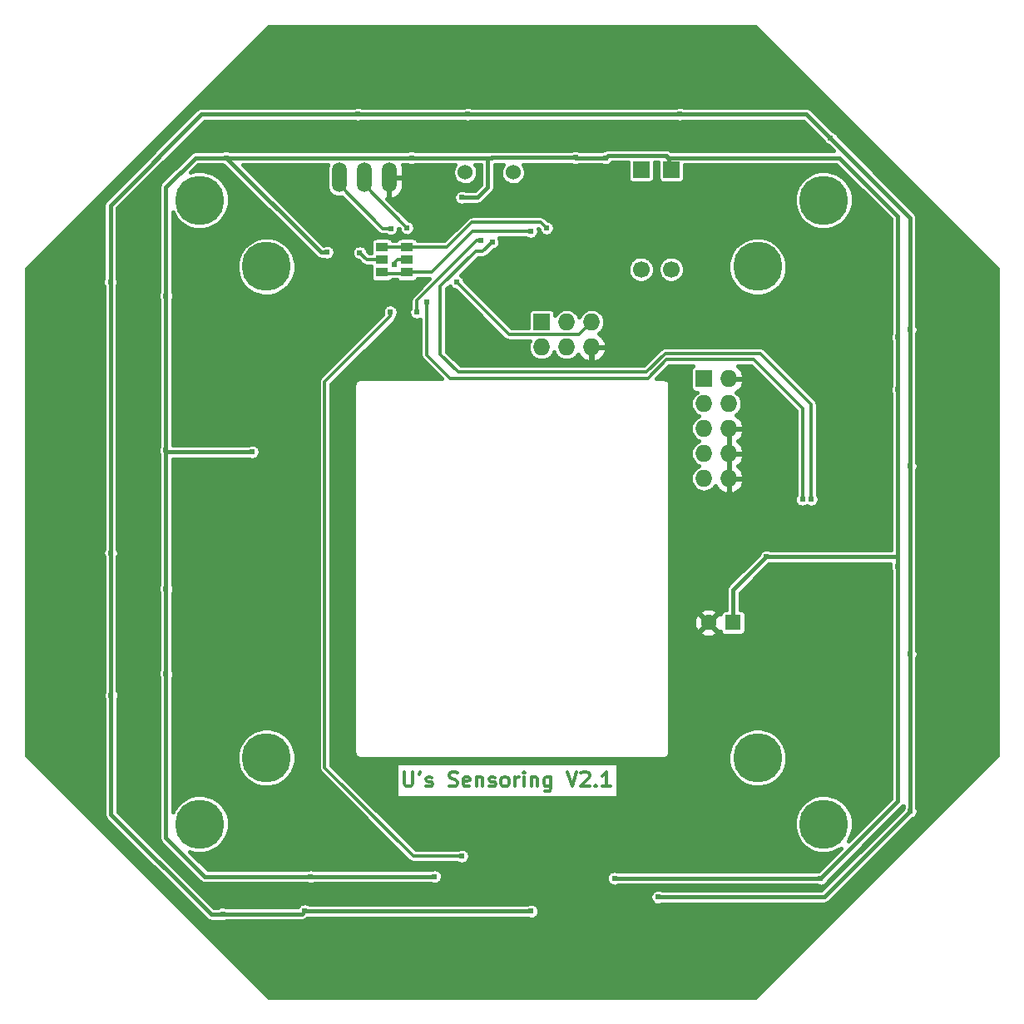
<source format=gtl>
G04 #@! TF.FileFunction,Copper,L1,Top,Signal*
%FSLAX46Y46*%
G04 Gerber Fmt 4.6, Leading zero omitted, Abs format (unit mm)*
G04 Created by KiCad (PCBNEW 4.0.6-e0-6349~53~ubuntu16.04.1) date Thu Mar  2 14:53:25 2017*
%MOMM*%
%LPD*%
G01*
G04 APERTURE LIST*
%ADD10C,0.100000*%
%ADD11C,0.300000*%
%ADD12C,5.000000*%
%ADD13R,1.727200X1.727200*%
%ADD14O,1.727200X1.727200*%
%ADD15C,1.699260*%
%ADD16R,1.699260X1.699260*%
%ADD17C,1.524000*%
%ADD18O,1.506220X3.014980*%
%ADD19R,1.270000X0.970000*%
%ADD20R,1.600000X1.600000*%
%ADD21C,1.600000*%
%ADD22C,0.609600*%
%ADD23C,0.304800*%
%ADD24C,0.406400*%
G04 APERTURE END LIST*
D10*
D11*
X146035715Y-119428571D02*
X146035715Y-120642857D01*
X146107143Y-120785714D01*
X146178572Y-120857143D01*
X146321429Y-120928571D01*
X146607143Y-120928571D01*
X146750001Y-120857143D01*
X146821429Y-120785714D01*
X146892858Y-120642857D01*
X146892858Y-119428571D01*
X147678572Y-119428571D02*
X147535715Y-119714286D01*
X148250001Y-120857143D02*
X148392858Y-120928571D01*
X148678573Y-120928571D01*
X148821430Y-120857143D01*
X148892858Y-120714286D01*
X148892858Y-120642857D01*
X148821430Y-120500000D01*
X148678573Y-120428571D01*
X148464287Y-120428571D01*
X148321430Y-120357143D01*
X148250001Y-120214286D01*
X148250001Y-120142857D01*
X148321430Y-120000000D01*
X148464287Y-119928571D01*
X148678573Y-119928571D01*
X148821430Y-120000000D01*
X150607144Y-120857143D02*
X150821430Y-120928571D01*
X151178573Y-120928571D01*
X151321430Y-120857143D01*
X151392859Y-120785714D01*
X151464287Y-120642857D01*
X151464287Y-120500000D01*
X151392859Y-120357143D01*
X151321430Y-120285714D01*
X151178573Y-120214286D01*
X150892859Y-120142857D01*
X150750001Y-120071429D01*
X150678573Y-120000000D01*
X150607144Y-119857143D01*
X150607144Y-119714286D01*
X150678573Y-119571429D01*
X150750001Y-119500000D01*
X150892859Y-119428571D01*
X151250001Y-119428571D01*
X151464287Y-119500000D01*
X152678572Y-120857143D02*
X152535715Y-120928571D01*
X152250001Y-120928571D01*
X152107144Y-120857143D01*
X152035715Y-120714286D01*
X152035715Y-120142857D01*
X152107144Y-120000000D01*
X152250001Y-119928571D01*
X152535715Y-119928571D01*
X152678572Y-120000000D01*
X152750001Y-120142857D01*
X152750001Y-120285714D01*
X152035715Y-120428571D01*
X153392858Y-119928571D02*
X153392858Y-120928571D01*
X153392858Y-120071429D02*
X153464286Y-120000000D01*
X153607144Y-119928571D01*
X153821429Y-119928571D01*
X153964286Y-120000000D01*
X154035715Y-120142857D01*
X154035715Y-120928571D01*
X154678572Y-120857143D02*
X154821429Y-120928571D01*
X155107144Y-120928571D01*
X155250001Y-120857143D01*
X155321429Y-120714286D01*
X155321429Y-120642857D01*
X155250001Y-120500000D01*
X155107144Y-120428571D01*
X154892858Y-120428571D01*
X154750001Y-120357143D01*
X154678572Y-120214286D01*
X154678572Y-120142857D01*
X154750001Y-120000000D01*
X154892858Y-119928571D01*
X155107144Y-119928571D01*
X155250001Y-120000000D01*
X156178573Y-120928571D02*
X156035715Y-120857143D01*
X155964287Y-120785714D01*
X155892858Y-120642857D01*
X155892858Y-120214286D01*
X155964287Y-120071429D01*
X156035715Y-120000000D01*
X156178573Y-119928571D01*
X156392858Y-119928571D01*
X156535715Y-120000000D01*
X156607144Y-120071429D01*
X156678573Y-120214286D01*
X156678573Y-120642857D01*
X156607144Y-120785714D01*
X156535715Y-120857143D01*
X156392858Y-120928571D01*
X156178573Y-120928571D01*
X157321430Y-120928571D02*
X157321430Y-119928571D01*
X157321430Y-120214286D02*
X157392858Y-120071429D01*
X157464287Y-120000000D01*
X157607144Y-119928571D01*
X157750001Y-119928571D01*
X158250001Y-120928571D02*
X158250001Y-119928571D01*
X158250001Y-119428571D02*
X158178572Y-119500000D01*
X158250001Y-119571429D01*
X158321429Y-119500000D01*
X158250001Y-119428571D01*
X158250001Y-119571429D01*
X158964287Y-119928571D02*
X158964287Y-120928571D01*
X158964287Y-120071429D02*
X159035715Y-120000000D01*
X159178573Y-119928571D01*
X159392858Y-119928571D01*
X159535715Y-120000000D01*
X159607144Y-120142857D01*
X159607144Y-120928571D01*
X160964287Y-119928571D02*
X160964287Y-121142857D01*
X160892858Y-121285714D01*
X160821430Y-121357143D01*
X160678573Y-121428571D01*
X160464287Y-121428571D01*
X160321430Y-121357143D01*
X160964287Y-120857143D02*
X160821430Y-120928571D01*
X160535716Y-120928571D01*
X160392858Y-120857143D01*
X160321430Y-120785714D01*
X160250001Y-120642857D01*
X160250001Y-120214286D01*
X160321430Y-120071429D01*
X160392858Y-120000000D01*
X160535716Y-119928571D01*
X160821430Y-119928571D01*
X160964287Y-120000000D01*
X162607144Y-119428571D02*
X163107144Y-120928571D01*
X163607144Y-119428571D01*
X164035715Y-119571429D02*
X164107144Y-119500000D01*
X164250001Y-119428571D01*
X164607144Y-119428571D01*
X164750001Y-119500000D01*
X164821430Y-119571429D01*
X164892858Y-119714286D01*
X164892858Y-119857143D01*
X164821430Y-120071429D01*
X163964287Y-120928571D01*
X164892858Y-120928571D01*
X165535715Y-120785714D02*
X165607143Y-120857143D01*
X165535715Y-120928571D01*
X165464286Y-120857143D01*
X165535715Y-120785714D01*
X165535715Y-120928571D01*
X167035715Y-120928571D02*
X166178572Y-120928571D01*
X166607144Y-120928571D02*
X166607144Y-119428571D01*
X166464287Y-119642857D01*
X166321429Y-119785714D01*
X166178572Y-119857143D01*
D12*
X125250000Y-124750000D03*
D13*
X176540000Y-79430000D03*
D14*
X179080000Y-79430000D03*
X176540000Y-81970000D03*
X179080000Y-81970000D03*
X176540000Y-84510000D03*
X179080000Y-84510000D03*
X176540000Y-87050000D03*
X179080000Y-87050000D03*
X176540000Y-89590000D03*
X179080000Y-89590000D03*
D13*
X160020000Y-73660000D03*
D14*
X160020000Y-76200000D03*
X162560000Y-73660000D03*
X162560000Y-76200000D03*
X165100000Y-73660000D03*
X165100000Y-76200000D03*
D15*
X173228000Y-68290000D03*
D16*
X173228000Y-58130000D03*
D15*
X170160000Y-68290000D03*
D16*
X170160000Y-58130000D03*
D17*
X152246000Y-58420000D03*
X157126000Y-58420000D03*
D12*
X182000000Y-68000000D03*
X132000000Y-68000000D03*
X182000000Y-118000000D03*
X132000000Y-118000000D03*
X188750000Y-61250000D03*
X125250000Y-61250000D03*
X188750000Y-124750000D03*
D18*
X139420000Y-58950000D03*
X141960000Y-58950000D03*
X144500000Y-58950000D03*
D19*
X146304000Y-66040000D03*
X146304000Y-67310000D03*
X146304000Y-68580000D03*
X143764000Y-68580000D03*
X143764000Y-67310000D03*
X143764000Y-66040000D03*
D20*
X179500000Y-104250000D03*
D21*
X177000000Y-104250000D03*
D22*
X151384000Y-69596000D03*
X189423005Y-54932995D03*
X127570000Y-133903730D03*
X171876438Y-132181083D03*
X116125640Y-69592192D03*
X116189300Y-111632574D03*
X135927444Y-133575129D03*
X197520000Y-123444000D03*
X197520000Y-107430000D03*
X197520000Y-88300000D03*
X197520000Y-74410000D03*
X174110000Y-52490000D03*
X152510000Y-52490000D03*
X141330000Y-52490000D03*
X116160000Y-97150000D03*
X158950000Y-133610000D03*
X158911807Y-64426880D03*
X160529360Y-64091042D03*
X146306519Y-64067133D03*
X144676153Y-64127311D03*
X188414112Y-130278351D03*
X163464912Y-56921441D03*
X182880000Y-97536000D03*
X130556000Y-86868000D03*
X138176000Y-66548000D03*
X151892000Y-60960000D03*
X196275530Y-98564470D03*
X196275530Y-80518000D03*
X196277853Y-75191210D03*
X166550000Y-56924769D03*
X146770000Y-56924769D03*
X127915231Y-56924769D03*
X121780000Y-70980000D03*
X121780000Y-86700000D03*
X121783760Y-100800000D03*
X121780000Y-109460000D03*
X136520000Y-130100000D03*
X149120000Y-130100000D03*
X167425360Y-130275360D03*
X153844043Y-65380959D03*
X147320000Y-72644000D03*
X187452000Y-91694000D03*
X154983527Y-65517881D03*
X186563000Y-91694000D03*
X148336000Y-71628000D03*
X144622916Y-72624781D03*
X151892000Y-128016000D03*
X145016707Y-67765575D03*
X141511702Y-66609600D03*
D23*
X165100000Y-73660000D02*
X163842001Y-74917999D01*
X163842001Y-74917999D02*
X156705999Y-74917999D01*
X156705999Y-74917999D02*
X151384000Y-69596000D01*
D24*
X197520000Y-63029990D02*
X189423005Y-54932995D01*
X197520000Y-74410000D02*
X197520000Y-63029990D01*
X116189300Y-111632574D02*
X116189300Y-123766943D01*
X116189300Y-123766943D02*
X126371867Y-133949510D01*
X126371867Y-133949510D02*
X127524220Y-133949510D01*
X127524220Y-133949510D02*
X127570000Y-133903730D01*
X186980010Y-52490000D02*
X189423005Y-54932995D01*
X174110000Y-52490000D02*
X186980010Y-52490000D01*
X135927444Y-133575129D02*
X135598843Y-133903730D01*
X135598843Y-133903730D02*
X127570000Y-133903730D01*
X188782917Y-132181083D02*
X171876438Y-132181083D01*
X197520000Y-123444000D02*
X188782917Y-132181083D01*
X116125640Y-61774258D02*
X116125640Y-69592192D01*
X116160000Y-69626552D02*
X116125640Y-69592192D01*
X116160000Y-97150000D02*
X116160000Y-69626552D01*
X125409898Y-52490000D02*
X116125640Y-61774258D01*
X141330000Y-52490000D02*
X125409898Y-52490000D01*
X116160000Y-111603274D02*
X116189300Y-111632574D01*
X116160000Y-97150000D02*
X116160000Y-111603274D01*
X135962315Y-133610000D02*
X135927444Y-133575129D01*
X158950000Y-133610000D02*
X135962315Y-133610000D01*
X197520000Y-107430000D02*
X197520000Y-123444000D01*
X197520000Y-107430000D02*
X197520000Y-88300000D01*
X197520000Y-88300000D02*
X197520000Y-74410000D01*
X174110000Y-52490000D02*
X152510000Y-52490000D01*
X152510000Y-52490000D02*
X141330000Y-52490000D01*
D23*
X158911807Y-64426880D02*
X153017279Y-64426880D01*
X153017279Y-64426880D02*
X148864159Y-68580000D01*
X148864159Y-68580000D02*
X146304000Y-68580000D01*
X143652787Y-68691213D02*
X146577491Y-68691213D01*
X146577491Y-68691213D02*
X146582416Y-68696138D01*
X146304000Y-66040000D02*
X150368000Y-66040000D01*
X150368000Y-66040000D02*
X152908000Y-63500000D01*
X152908000Y-63500000D02*
X159938318Y-63500000D01*
X159938318Y-63500000D02*
X160529360Y-64091042D01*
X143764000Y-66040000D02*
X146304000Y-66040000D01*
X141960000Y-59704380D02*
X146306519Y-64050899D01*
X141960000Y-58950000D02*
X141960000Y-59704380D01*
X146306519Y-64050899D02*
X146306519Y-64067133D01*
X141960000Y-58950000D02*
X141710000Y-58950000D01*
X143842931Y-64127311D02*
X144676153Y-64127311D01*
X139420000Y-58950000D02*
X139420000Y-59704380D01*
X139420000Y-59704380D02*
X143842931Y-64127311D01*
D24*
X179500000Y-104250000D02*
X179500000Y-100916000D01*
X179500000Y-100916000D02*
X182880000Y-97536000D01*
X196277853Y-62887985D02*
X196277853Y-75191210D01*
X190314637Y-56924769D02*
X196277853Y-62887985D01*
X172910000Y-56924769D02*
X190314637Y-56924769D01*
X127915231Y-56924769D02*
X124767971Y-56924769D01*
X124767971Y-56924769D02*
X121780000Y-59912740D01*
X121780000Y-59912740D02*
X121780000Y-70980000D01*
X121780000Y-109460000D02*
X121780000Y-126137813D01*
X121780000Y-126137813D02*
X125742187Y-130100000D01*
X125742187Y-130100000D02*
X136520000Y-130100000D01*
X188411121Y-130275360D02*
X188414112Y-130278351D01*
X167425360Y-130275360D02*
X188411121Y-130275360D01*
X196275530Y-122416933D02*
X188414112Y-130278351D01*
X196275530Y-98564470D02*
X196275530Y-122416933D01*
X154940000Y-56924769D02*
X154547402Y-56924769D01*
X153538596Y-60960000D02*
X151892000Y-60960000D01*
X154547402Y-56924769D02*
X154547402Y-59951194D01*
X154547402Y-59951194D02*
X153538596Y-60960000D01*
X163468240Y-56924769D02*
X163464912Y-56921441D01*
X166550000Y-56924769D02*
X163468240Y-56924769D01*
X154943328Y-56921441D02*
X163464912Y-56921441D01*
X154940000Y-56924769D02*
X154943328Y-56921441D01*
X172910000Y-56924769D02*
X172703296Y-56718065D01*
X172703296Y-56718065D02*
X166756704Y-56718065D01*
X166756704Y-56718065D02*
X166550000Y-56924769D01*
X196275530Y-98564470D02*
X196275530Y-97536000D01*
X196275530Y-97536000D02*
X196275530Y-80518000D01*
X182880000Y-97536000D02*
X196275530Y-97536000D01*
X130556000Y-86868000D02*
X121948000Y-86868000D01*
X121948000Y-86868000D02*
X121780000Y-86700000D01*
X138176000Y-66548000D02*
X137538462Y-66548000D01*
X137538462Y-66548000D02*
X127915231Y-56924769D01*
X154940000Y-56924769D02*
X146770000Y-56924769D01*
X196275530Y-80518000D02*
X196275530Y-75193533D01*
X196275530Y-75193533D02*
X196277853Y-75191210D01*
X172959199Y-56924769D02*
X173010000Y-56975570D01*
X172910000Y-56924769D02*
X172959199Y-56924769D01*
X173010000Y-56975570D02*
X173010000Y-58130000D01*
X146770000Y-56924769D02*
X127915231Y-56924769D01*
X121780000Y-70980000D02*
X121780000Y-86700000D01*
X121780000Y-86700000D02*
X121780000Y-109460000D01*
X121780000Y-109460000D02*
X121780000Y-100803760D01*
X121780000Y-100803760D02*
X121783760Y-100800000D01*
X136520000Y-130100000D02*
X149120000Y-130100000D01*
D23*
X153412991Y-65380959D02*
X153844043Y-65380959D01*
X147320000Y-72644000D02*
X147320000Y-71473950D01*
X147320000Y-71473950D02*
X153412991Y-65380959D01*
X187452000Y-91694000D02*
X187452000Y-82042000D01*
X154039096Y-66462312D02*
X154983527Y-65517881D01*
X153285841Y-66462312D02*
X154039096Y-66462312D01*
X151522705Y-78740000D02*
X149724451Y-76941746D01*
X149724451Y-70023702D02*
X153285841Y-66462312D01*
X149724451Y-76941746D02*
X149724451Y-70023702D01*
X170695644Y-78740000D02*
X151522705Y-78740000D01*
X172600644Y-76835000D02*
X170695644Y-78740000D01*
X182245000Y-76835000D02*
X172600644Y-76835000D01*
X187452000Y-82042000D02*
X182245000Y-76835000D01*
X186563000Y-82423000D02*
X181610000Y-77470000D01*
X186563000Y-91694000D02*
X186563000Y-82423000D01*
X148336000Y-77002480D02*
X148336000Y-71628000D01*
X181610000Y-77470000D02*
X172720000Y-77470000D01*
X150708520Y-79375000D02*
X148336000Y-77002480D01*
X172720000Y-77470000D02*
X170815000Y-79375000D01*
X170815000Y-79375000D02*
X150708520Y-79375000D01*
X151892000Y-128016000D02*
X146970086Y-128016000D01*
X137956316Y-119002230D02*
X137956316Y-79722433D01*
X146970086Y-128016000D02*
X137956316Y-119002230D01*
X137956316Y-79722433D02*
X144622916Y-73055833D01*
X144622916Y-73055833D02*
X144622916Y-72624781D01*
X146304000Y-67310000D02*
X145364200Y-67310000D01*
X145016707Y-67657493D02*
X145016707Y-67765575D01*
X145364200Y-67310000D02*
X145016707Y-67657493D01*
X142212102Y-67310000D02*
X141511702Y-66609600D01*
X143764000Y-67310000D02*
X142212102Y-67310000D01*
D24*
G36*
X206417000Y-68241486D02*
X206417000Y-117758514D01*
X181758514Y-142417000D01*
X132241486Y-142417000D01*
X107583000Y-117758514D01*
X107583000Y-69660534D01*
X115311771Y-69660534D01*
X115340546Y-69817314D01*
X115399224Y-69965519D01*
X115448800Y-70042445D01*
X115448800Y-96749951D01*
X115444291Y-96756536D01*
X115381498Y-96903045D01*
X115348357Y-97058960D01*
X115346131Y-97218342D01*
X115374906Y-97375122D01*
X115433584Y-97523327D01*
X115448800Y-97546937D01*
X115448800Y-111296953D01*
X115410798Y-111385619D01*
X115377657Y-111541534D01*
X115375431Y-111700916D01*
X115404206Y-111857696D01*
X115462884Y-112005901D01*
X115478100Y-112029511D01*
X115478100Y-123766943D01*
X115484507Y-123832289D01*
X115490236Y-123897769D01*
X115491280Y-123901364D01*
X115491645Y-123905082D01*
X115510621Y-123967933D01*
X115528961Y-124031060D01*
X115530682Y-124034381D01*
X115531763Y-124037960D01*
X115562599Y-124095955D01*
X115592837Y-124154290D01*
X115595170Y-124157213D01*
X115596926Y-124160515D01*
X115638451Y-124211430D01*
X115679433Y-124262767D01*
X115684562Y-124267967D01*
X115684653Y-124268079D01*
X115684757Y-124268165D01*
X115686406Y-124269837D01*
X125868972Y-134452404D01*
X125919692Y-134494066D01*
X125970062Y-134536331D01*
X125973344Y-134538135D01*
X125976229Y-134540505D01*
X126034087Y-134571528D01*
X126091696Y-134603199D01*
X126095260Y-134604329D01*
X126098556Y-134606097D01*
X126161371Y-134625302D01*
X126224000Y-134645169D01*
X126227718Y-134645586D01*
X126231293Y-134646679D01*
X126296639Y-134653317D01*
X126361937Y-134660641D01*
X126369244Y-134660692D01*
X126369384Y-134660706D01*
X126369515Y-134660694D01*
X126371867Y-134660710D01*
X127272344Y-134660710D01*
X127317616Y-134680489D01*
X127473296Y-134714718D01*
X127632659Y-134718056D01*
X127789636Y-134690377D01*
X127938247Y-134632734D01*
X127966301Y-134614930D01*
X135598843Y-134614930D01*
X135664189Y-134608523D01*
X135729669Y-134602794D01*
X135733264Y-134601750D01*
X135736982Y-134601385D01*
X135799833Y-134582409D01*
X135862960Y-134564069D01*
X135866281Y-134562348D01*
X135869860Y-134561267D01*
X135927855Y-134530431D01*
X135986190Y-134500193D01*
X135989113Y-134497860D01*
X135992415Y-134496104D01*
X136043330Y-134454579D01*
X136094667Y-134413597D01*
X136099867Y-134408468D01*
X136099979Y-134408377D01*
X136100065Y-134408273D01*
X136101737Y-134406624D01*
X136146479Y-134361882D01*
X136147080Y-134361776D01*
X136251690Y-134321200D01*
X158549040Y-134321200D01*
X158551549Y-134322944D01*
X158697616Y-134386759D01*
X158853296Y-134420988D01*
X159012659Y-134424326D01*
X159169636Y-134396647D01*
X159318247Y-134339004D01*
X159452831Y-134253594D01*
X159568263Y-134143670D01*
X159660145Y-134013419D01*
X159724978Y-133867801D01*
X159760293Y-133712364D01*
X159762835Y-133530301D01*
X159731874Y-133373938D01*
X159671132Y-133226567D01*
X159582923Y-133093801D01*
X159470605Y-132980696D01*
X159338458Y-132891562D01*
X159191515Y-132829793D01*
X159035372Y-132797741D01*
X158875977Y-132796628D01*
X158719402Y-132826497D01*
X158571611Y-132886208D01*
X158552368Y-132898800D01*
X136378331Y-132898800D01*
X136315902Y-132856691D01*
X136168959Y-132794922D01*
X136012816Y-132762870D01*
X135853421Y-132761757D01*
X135696846Y-132791626D01*
X135549055Y-132851337D01*
X135415676Y-132938618D01*
X135301790Y-133050143D01*
X135211735Y-133181665D01*
X135207078Y-133192530D01*
X127969189Y-133192530D01*
X127958458Y-133185292D01*
X127811515Y-133123523D01*
X127655372Y-133091471D01*
X127495977Y-133090358D01*
X127339402Y-133120227D01*
X127191611Y-133179938D01*
X127102409Y-133238310D01*
X126666456Y-133238310D01*
X116900500Y-123472355D01*
X116900500Y-112033623D01*
X116964278Y-111890375D01*
X116999593Y-111734938D01*
X117002135Y-111552875D01*
X116971174Y-111396512D01*
X116910432Y-111249141D01*
X116871200Y-111190092D01*
X116871200Y-97551049D01*
X116934978Y-97407801D01*
X116970293Y-97252364D01*
X116972835Y-97070301D01*
X116941874Y-96913938D01*
X116881132Y-96766567D01*
X116871200Y-96751618D01*
X116871200Y-69916067D01*
X116900618Y-69849993D01*
X116935933Y-69694556D01*
X116938475Y-69512493D01*
X116907514Y-69356130D01*
X116846772Y-69208759D01*
X116836840Y-69193810D01*
X116836840Y-62068846D01*
X125704487Y-53201200D01*
X140929040Y-53201200D01*
X140931549Y-53202944D01*
X141077616Y-53266759D01*
X141233296Y-53300988D01*
X141392659Y-53304326D01*
X141549636Y-53276647D01*
X141698247Y-53219004D01*
X141726301Y-53201200D01*
X152109040Y-53201200D01*
X152111549Y-53202944D01*
X152257616Y-53266759D01*
X152413296Y-53300988D01*
X152572659Y-53304326D01*
X152729636Y-53276647D01*
X152878247Y-53219004D01*
X152906301Y-53201200D01*
X173709040Y-53201200D01*
X173711549Y-53202944D01*
X173857616Y-53266759D01*
X174013296Y-53300988D01*
X174172659Y-53304326D01*
X174329636Y-53276647D01*
X174478247Y-53219004D01*
X174506301Y-53201200D01*
X186685422Y-53201200D01*
X188636916Y-55152695D01*
X188637911Y-55158117D01*
X188696589Y-55306322D01*
X188782937Y-55440307D01*
X188893664Y-55554968D01*
X189024554Y-55645939D01*
X189170621Y-55709754D01*
X189200558Y-55716336D01*
X189697791Y-56213569D01*
X173204240Y-56213569D01*
X173155468Y-56173507D01*
X173105101Y-56131244D01*
X173101822Y-56129442D01*
X173098934Y-56127069D01*
X173041038Y-56096025D01*
X172983467Y-56064376D01*
X172979904Y-56063246D01*
X172976607Y-56061478D01*
X172913792Y-56042273D01*
X172851163Y-56022406D01*
X172847445Y-56021989D01*
X172843870Y-56020896D01*
X172778524Y-56014258D01*
X172713226Y-56006934D01*
X172705919Y-56006883D01*
X172705779Y-56006869D01*
X172705648Y-56006881D01*
X172703296Y-56006865D01*
X166756704Y-56006865D01*
X166691399Y-56013268D01*
X166625878Y-56019001D01*
X166622283Y-56020045D01*
X166618565Y-56020410D01*
X166555714Y-56039386D01*
X166492587Y-56057726D01*
X166489266Y-56059447D01*
X166485687Y-56060528D01*
X166427692Y-56091364D01*
X166369357Y-56121602D01*
X166366434Y-56123935D01*
X166363132Y-56125691D01*
X166351556Y-56135132D01*
X166319402Y-56141266D01*
X166171611Y-56200977D01*
X166152368Y-56213569D01*
X163869035Y-56213569D01*
X163853370Y-56203003D01*
X163706427Y-56141234D01*
X163550284Y-56109182D01*
X163390889Y-56108069D01*
X163234314Y-56137938D01*
X163086523Y-56197649D01*
X163067280Y-56210241D01*
X154943328Y-56210241D01*
X154909387Y-56213569D01*
X147169189Y-56213569D01*
X147158458Y-56206331D01*
X147011515Y-56144562D01*
X146855372Y-56112510D01*
X146695977Y-56111397D01*
X146539402Y-56141266D01*
X146391611Y-56200977D01*
X146372368Y-56213569D01*
X128314420Y-56213569D01*
X128303689Y-56206331D01*
X128156746Y-56144562D01*
X128000603Y-56112510D01*
X127841208Y-56111397D01*
X127684633Y-56141266D01*
X127536842Y-56200977D01*
X127517599Y-56213569D01*
X124767971Y-56213569D01*
X124702625Y-56219976D01*
X124637145Y-56225705D01*
X124633550Y-56226749D01*
X124629832Y-56227114D01*
X124566981Y-56246090D01*
X124503854Y-56264430D01*
X124500533Y-56266151D01*
X124496954Y-56267232D01*
X124438979Y-56298057D01*
X124380623Y-56328306D01*
X124377698Y-56330641D01*
X124374399Y-56332395D01*
X124323506Y-56373903D01*
X124272147Y-56414902D01*
X124266947Y-56420031D01*
X124266835Y-56420122D01*
X124266749Y-56420226D01*
X124265077Y-56421875D01*
X121277106Y-59409846D01*
X121235442Y-59460568D01*
X121193179Y-59510935D01*
X121191377Y-59514214D01*
X121189004Y-59517102D01*
X121157960Y-59574998D01*
X121126311Y-59632569D01*
X121125181Y-59636132D01*
X121123413Y-59639429D01*
X121104208Y-59702244D01*
X121084341Y-59764873D01*
X121083924Y-59768591D01*
X121082831Y-59772166D01*
X121076193Y-59837512D01*
X121068869Y-59902810D01*
X121068818Y-59910117D01*
X121068804Y-59910257D01*
X121068816Y-59910388D01*
X121068800Y-59912740D01*
X121068800Y-70579951D01*
X121064291Y-70586536D01*
X121001498Y-70733045D01*
X120968357Y-70888960D01*
X120966131Y-71048342D01*
X120994906Y-71205122D01*
X121053584Y-71353327D01*
X121068800Y-71376937D01*
X121068800Y-86299951D01*
X121064291Y-86306536D01*
X121001498Y-86453045D01*
X120968357Y-86608960D01*
X120966131Y-86768342D01*
X120994906Y-86925122D01*
X121053584Y-87073327D01*
X121068800Y-87096937D01*
X121068800Y-100405442D01*
X121068051Y-100406536D01*
X121005258Y-100553045D01*
X120972117Y-100708960D01*
X120969891Y-100868342D01*
X120998666Y-101025122D01*
X121057344Y-101173327D01*
X121068800Y-101191103D01*
X121068800Y-109059951D01*
X121064291Y-109066536D01*
X121001498Y-109213045D01*
X120968357Y-109368960D01*
X120966131Y-109528342D01*
X120994906Y-109685122D01*
X121053584Y-109833327D01*
X121068800Y-109856937D01*
X121068800Y-126137813D01*
X121075207Y-126203159D01*
X121080936Y-126268639D01*
X121081980Y-126272234D01*
X121082345Y-126275952D01*
X121101321Y-126338803D01*
X121119661Y-126401930D01*
X121121382Y-126405251D01*
X121122463Y-126408830D01*
X121153299Y-126466825D01*
X121183537Y-126525160D01*
X121185870Y-126528083D01*
X121187626Y-126531385D01*
X121229151Y-126582300D01*
X121270133Y-126633637D01*
X121275262Y-126638837D01*
X121275353Y-126638949D01*
X121275457Y-126639035D01*
X121277106Y-126640707D01*
X125239293Y-130602895D01*
X125290022Y-130644564D01*
X125340382Y-130686821D01*
X125343663Y-130688625D01*
X125346550Y-130690996D01*
X125404425Y-130722028D01*
X125462016Y-130753689D01*
X125465580Y-130754819D01*
X125468876Y-130756587D01*
X125531691Y-130775792D01*
X125594320Y-130795659D01*
X125598038Y-130796076D01*
X125601613Y-130797169D01*
X125666955Y-130803806D01*
X125732257Y-130811131D01*
X125739565Y-130811182D01*
X125739705Y-130811196D01*
X125739836Y-130811184D01*
X125742187Y-130811200D01*
X136119040Y-130811200D01*
X136121549Y-130812944D01*
X136267616Y-130876759D01*
X136423296Y-130910988D01*
X136582659Y-130914326D01*
X136739636Y-130886647D01*
X136888247Y-130829004D01*
X136916301Y-130811200D01*
X148719040Y-130811200D01*
X148721549Y-130812944D01*
X148867616Y-130876759D01*
X149023296Y-130910988D01*
X149182659Y-130914326D01*
X149339636Y-130886647D01*
X149488247Y-130829004D01*
X149622831Y-130743594D01*
X149738263Y-130633670D01*
X149830145Y-130503419D01*
X149894978Y-130357801D01*
X149930293Y-130202364D01*
X149932835Y-130020301D01*
X149901874Y-129863938D01*
X149841132Y-129716567D01*
X149752923Y-129583801D01*
X149640605Y-129470696D01*
X149508458Y-129381562D01*
X149361515Y-129319793D01*
X149205372Y-129287741D01*
X149045977Y-129286628D01*
X148889402Y-129316497D01*
X148741611Y-129376208D01*
X148722368Y-129388800D01*
X136919189Y-129388800D01*
X136908458Y-129381562D01*
X136761515Y-129319793D01*
X136605372Y-129287741D01*
X136445977Y-129286628D01*
X136289402Y-129316497D01*
X136141611Y-129376208D01*
X136122368Y-129388800D01*
X126036776Y-129388800D01*
X124238936Y-127590961D01*
X124315979Y-127624620D01*
X124892118Y-127751292D01*
X125481887Y-127763646D01*
X126062825Y-127661211D01*
X126612802Y-127447889D01*
X127110870Y-127131805D01*
X127538058Y-126724999D01*
X127878095Y-126242966D01*
X128118029Y-125704066D01*
X128248720Y-125128826D01*
X128258129Y-124455050D01*
X128143550Y-123876386D01*
X127918757Y-123330997D01*
X127592312Y-122839657D01*
X127176648Y-122421082D01*
X126687600Y-122091215D01*
X126143794Y-121862620D01*
X125565943Y-121744004D01*
X124976058Y-121739886D01*
X124396608Y-121850422D01*
X123849663Y-122071402D01*
X123356056Y-122394409D01*
X122934589Y-122807140D01*
X122601316Y-123293874D01*
X122491200Y-123550794D01*
X122491200Y-118252921D01*
X128988047Y-118252921D01*
X129094535Y-118833129D01*
X129311691Y-119381603D01*
X129631244Y-119877453D01*
X130041023Y-120301791D01*
X130525418Y-120638454D01*
X131065979Y-120874620D01*
X131642118Y-121001292D01*
X132231887Y-121013646D01*
X132812825Y-120911211D01*
X133362802Y-120697889D01*
X133860870Y-120381805D01*
X134288058Y-119974999D01*
X134628095Y-119492966D01*
X134868029Y-118954066D01*
X134998720Y-118378826D01*
X135008129Y-117705050D01*
X134893550Y-117126386D01*
X134668757Y-116580997D01*
X134342312Y-116089657D01*
X133926648Y-115671082D01*
X133437600Y-115341215D01*
X132893794Y-115112620D01*
X132315943Y-114994004D01*
X131726058Y-114989886D01*
X131146608Y-115100422D01*
X130599663Y-115321402D01*
X130106056Y-115644409D01*
X129684589Y-116057140D01*
X129351316Y-116543874D01*
X129118930Y-117086071D01*
X128996283Y-117663079D01*
X128988047Y-118252921D01*
X122491200Y-118252921D01*
X122491200Y-109861049D01*
X122554978Y-109717801D01*
X122590293Y-109562364D01*
X122592835Y-109380301D01*
X122561874Y-109223938D01*
X122501132Y-109076567D01*
X122491200Y-109061618D01*
X122491200Y-101207254D01*
X122493905Y-101203419D01*
X122558738Y-101057801D01*
X122594053Y-100902364D01*
X122596595Y-100720301D01*
X122565634Y-100563938D01*
X122504892Y-100416567D01*
X122491200Y-100395959D01*
X122491200Y-87579200D01*
X130155040Y-87579200D01*
X130157549Y-87580944D01*
X130303616Y-87644759D01*
X130459296Y-87678988D01*
X130618659Y-87682326D01*
X130775636Y-87654647D01*
X130924247Y-87597004D01*
X131058831Y-87511594D01*
X131174263Y-87401670D01*
X131266145Y-87271419D01*
X131330978Y-87125801D01*
X131366293Y-86970364D01*
X131368835Y-86788301D01*
X131337874Y-86631938D01*
X131277132Y-86484567D01*
X131188923Y-86351801D01*
X131076605Y-86238696D01*
X130944458Y-86149562D01*
X130797515Y-86087793D01*
X130641372Y-86055741D01*
X130481977Y-86054628D01*
X130325402Y-86084497D01*
X130177611Y-86144208D01*
X130158368Y-86156800D01*
X122491200Y-86156800D01*
X122491200Y-79722433D01*
X137295916Y-79722433D01*
X137295916Y-119002230D01*
X137301871Y-119062964D01*
X137307186Y-119123712D01*
X137308154Y-119127044D01*
X137308493Y-119130502D01*
X137326126Y-119188906D01*
X137343144Y-119247482D01*
X137344743Y-119250567D01*
X137345746Y-119253889D01*
X137374371Y-119307726D01*
X137402458Y-119361910D01*
X137404625Y-119364625D01*
X137406255Y-119367690D01*
X137444798Y-119414948D01*
X137482868Y-119462638D01*
X137487632Y-119467468D01*
X137487715Y-119467570D01*
X137487809Y-119467648D01*
X137489343Y-119469203D01*
X146503113Y-128482973D01*
X146550228Y-128521674D01*
X146596982Y-128560905D01*
X146600024Y-128562577D01*
X146602708Y-128564782D01*
X146656466Y-128593607D01*
X146709927Y-128622997D01*
X146713238Y-128624047D01*
X146716298Y-128625688D01*
X146774595Y-128643511D01*
X146832781Y-128661969D01*
X146836236Y-128662357D01*
X146839554Y-128663371D01*
X146900203Y-128669532D01*
X146960865Y-128676336D01*
X146967653Y-128676383D01*
X146967780Y-128676396D01*
X146967898Y-128676385D01*
X146970086Y-128676400D01*
X151417948Y-128676400D01*
X151493549Y-128728944D01*
X151639616Y-128792759D01*
X151795296Y-128826988D01*
X151954659Y-128830326D01*
X152111636Y-128802647D01*
X152260247Y-128745004D01*
X152394831Y-128659594D01*
X152510263Y-128549670D01*
X152602145Y-128419419D01*
X152666978Y-128273801D01*
X152702293Y-128118364D01*
X152704835Y-127936301D01*
X152673874Y-127779938D01*
X152613132Y-127632567D01*
X152524923Y-127499801D01*
X152412605Y-127386696D01*
X152280458Y-127297562D01*
X152133515Y-127235793D01*
X151977372Y-127203741D01*
X151817977Y-127202628D01*
X151661402Y-127232497D01*
X151513611Y-127292208D01*
X151416738Y-127355600D01*
X147243632Y-127355600D01*
X138616716Y-118728684D01*
X138616716Y-118542000D01*
X145170572Y-118542000D01*
X145170572Y-122108000D01*
X167829429Y-122108000D01*
X167829429Y-118542000D01*
X145170572Y-118542000D01*
X138616716Y-118542000D01*
X138616716Y-118252921D01*
X178988047Y-118252921D01*
X179094535Y-118833129D01*
X179311691Y-119381603D01*
X179631244Y-119877453D01*
X180041023Y-120301791D01*
X180525418Y-120638454D01*
X181065979Y-120874620D01*
X181642118Y-121001292D01*
X182231887Y-121013646D01*
X182812825Y-120911211D01*
X183362802Y-120697889D01*
X183860870Y-120381805D01*
X184288058Y-119974999D01*
X184628095Y-119492966D01*
X184868029Y-118954066D01*
X184998720Y-118378826D01*
X185008129Y-117705050D01*
X184893550Y-117126386D01*
X184668757Y-116580997D01*
X184342312Y-116089657D01*
X183926648Y-115671082D01*
X183437600Y-115341215D01*
X182893794Y-115112620D01*
X182315943Y-114994004D01*
X181726058Y-114989886D01*
X181146608Y-115100422D01*
X180599663Y-115321402D01*
X180106056Y-115644409D01*
X179684589Y-116057140D01*
X179351316Y-116543874D01*
X179118930Y-117086071D01*
X178996283Y-117663079D01*
X178988047Y-118252921D01*
X138616716Y-118252921D01*
X138616716Y-79995979D01*
X145089889Y-73522806D01*
X145128590Y-73475691D01*
X145167821Y-73428937D01*
X145169493Y-73425895D01*
X145171698Y-73423211D01*
X145200523Y-73369453D01*
X145229913Y-73315992D01*
X145230963Y-73312681D01*
X145232604Y-73309621D01*
X145250431Y-73251312D01*
X145268885Y-73193138D01*
X145269272Y-73189685D01*
X145270287Y-73186366D01*
X145276448Y-73125711D01*
X145278750Y-73105191D01*
X145333061Y-73028200D01*
X145397894Y-72882582D01*
X145433209Y-72727145D01*
X145435751Y-72545082D01*
X145404790Y-72388719D01*
X145344048Y-72241348D01*
X145255839Y-72108582D01*
X145143521Y-71995477D01*
X145011374Y-71906343D01*
X144864431Y-71844574D01*
X144708288Y-71812522D01*
X144548893Y-71811409D01*
X144392318Y-71841278D01*
X144244527Y-71900989D01*
X144111148Y-71988270D01*
X143997262Y-72099795D01*
X143907207Y-72231317D01*
X143844414Y-72377826D01*
X143811273Y-72533741D01*
X143809047Y-72693123D01*
X143837822Y-72849903D01*
X143854011Y-72890792D01*
X137489343Y-79255460D01*
X137450642Y-79302575D01*
X137411411Y-79349329D01*
X137409739Y-79352371D01*
X137407534Y-79355055D01*
X137378709Y-79408813D01*
X137349319Y-79462274D01*
X137348269Y-79465585D01*
X137346628Y-79468645D01*
X137328801Y-79526954D01*
X137310347Y-79585128D01*
X137309960Y-79588581D01*
X137308945Y-79591900D01*
X137302784Y-79652555D01*
X137295980Y-79713212D01*
X137295933Y-79720000D01*
X137295920Y-79720127D01*
X137295931Y-79720245D01*
X137295916Y-79722433D01*
X122491200Y-79722433D01*
X122491200Y-71381049D01*
X122554978Y-71237801D01*
X122590293Y-71082364D01*
X122592835Y-70900301D01*
X122561874Y-70743938D01*
X122501132Y-70596567D01*
X122491200Y-70581618D01*
X122491200Y-68252921D01*
X128988047Y-68252921D01*
X129094535Y-68833129D01*
X129311691Y-69381603D01*
X129631244Y-69877453D01*
X130041023Y-70301791D01*
X130525418Y-70638454D01*
X131065979Y-70874620D01*
X131642118Y-71001292D01*
X132231887Y-71013646D01*
X132812825Y-70911211D01*
X133362802Y-70697889D01*
X133860870Y-70381805D01*
X134288058Y-69974999D01*
X134628095Y-69492966D01*
X134868029Y-68954066D01*
X134998720Y-68378826D01*
X135008129Y-67705050D01*
X134893550Y-67126386D01*
X134668757Y-66580997D01*
X134342312Y-66089657D01*
X133926648Y-65671082D01*
X133437600Y-65341215D01*
X132893794Y-65112620D01*
X132315943Y-64994004D01*
X131726058Y-64989886D01*
X131146608Y-65100422D01*
X130599663Y-65321402D01*
X130106056Y-65644409D01*
X129684589Y-66057140D01*
X129351316Y-66543874D01*
X129118930Y-67086071D01*
X128996283Y-67663079D01*
X128988047Y-68252921D01*
X122491200Y-68252921D01*
X122491200Y-62453563D01*
X122561691Y-62631603D01*
X122881244Y-63127453D01*
X123291023Y-63551791D01*
X123775418Y-63888454D01*
X124315979Y-64124620D01*
X124892118Y-64251292D01*
X125481887Y-64263646D01*
X126062825Y-64161211D01*
X126612802Y-63947889D01*
X127110870Y-63631805D01*
X127538058Y-63224999D01*
X127878095Y-62742966D01*
X128118029Y-62204066D01*
X128248720Y-61628826D01*
X128258129Y-60955050D01*
X128143550Y-60376386D01*
X127918757Y-59830997D01*
X127592312Y-59339657D01*
X127176648Y-58921082D01*
X126687600Y-58591215D01*
X126143794Y-58362620D01*
X125565943Y-58244004D01*
X124976058Y-58239886D01*
X124396608Y-58350422D01*
X124315225Y-58383303D01*
X125062559Y-57635969D01*
X127514271Y-57635969D01*
X127516780Y-57637713D01*
X127662847Y-57701528D01*
X127692784Y-57708110D01*
X137035568Y-67050894D01*
X137086268Y-67092539D01*
X137136657Y-67134821D01*
X137139938Y-67136625D01*
X137142825Y-67138996D01*
X137200700Y-67170028D01*
X137258291Y-67201689D01*
X137261855Y-67202819D01*
X137265151Y-67204587D01*
X137327966Y-67223792D01*
X137390595Y-67243659D01*
X137394313Y-67244076D01*
X137397888Y-67245169D01*
X137463234Y-67251807D01*
X137528532Y-67259131D01*
X137535839Y-67259182D01*
X137535979Y-67259196D01*
X137536110Y-67259184D01*
X137538462Y-67259200D01*
X137775040Y-67259200D01*
X137777549Y-67260944D01*
X137923616Y-67324759D01*
X138079296Y-67358988D01*
X138238659Y-67362326D01*
X138395636Y-67334647D01*
X138544247Y-67277004D01*
X138678831Y-67191594D01*
X138794263Y-67081670D01*
X138886145Y-66951419D01*
X138950978Y-66805801D01*
X138980027Y-66677942D01*
X140697833Y-66677942D01*
X140726608Y-66834722D01*
X140785286Y-66982927D01*
X140871634Y-67116912D01*
X140982361Y-67231573D01*
X141113251Y-67322544D01*
X141259318Y-67386359D01*
X141381345Y-67413189D01*
X141745129Y-67776973D01*
X141792244Y-67815674D01*
X141838998Y-67854905D01*
X141842040Y-67856577D01*
X141844724Y-67858782D01*
X141898501Y-67887617D01*
X141951943Y-67916997D01*
X141955252Y-67918047D01*
X141958313Y-67919688D01*
X142016637Y-67937520D01*
X142074797Y-67955969D01*
X142078250Y-67956356D01*
X142081569Y-67957371D01*
X142142224Y-67963532D01*
X142202881Y-67970336D01*
X142209669Y-67970383D01*
X142209796Y-67970396D01*
X142209914Y-67970385D01*
X142212102Y-67970400D01*
X142636250Y-67970400D01*
X142618543Y-68095000D01*
X142618543Y-69065000D01*
X142624994Y-69145897D01*
X142667485Y-69283107D01*
X142746520Y-69403047D01*
X142855841Y-69496220D01*
X142986790Y-69555248D01*
X143129000Y-69575457D01*
X144399000Y-69575457D01*
X144479897Y-69569006D01*
X144617107Y-69526515D01*
X144737047Y-69447480D01*
X144818753Y-69351613D01*
X145252627Y-69351613D01*
X145286520Y-69403047D01*
X145395841Y-69496220D01*
X145526790Y-69555248D01*
X145669000Y-69575457D01*
X146939000Y-69575457D01*
X147019897Y-69569006D01*
X147157107Y-69526515D01*
X147277047Y-69447480D01*
X147370220Y-69338159D01*
X147414287Y-69240400D01*
X148619604Y-69240400D01*
X146853027Y-71006977D01*
X146814326Y-71054092D01*
X146775095Y-71100846D01*
X146773423Y-71103888D01*
X146771218Y-71106572D01*
X146742393Y-71160330D01*
X146713003Y-71213791D01*
X146711953Y-71217102D01*
X146710312Y-71220162D01*
X146692485Y-71278471D01*
X146674031Y-71336645D01*
X146673644Y-71340098D01*
X146672629Y-71343417D01*
X146666468Y-71404072D01*
X146659664Y-71464729D01*
X146659617Y-71471517D01*
X146659604Y-71471644D01*
X146659615Y-71471762D01*
X146659600Y-71473950D01*
X146659600Y-72169759D01*
X146604291Y-72250536D01*
X146541498Y-72397045D01*
X146508357Y-72552960D01*
X146506131Y-72712342D01*
X146534906Y-72869122D01*
X146593584Y-73017327D01*
X146679932Y-73151312D01*
X146790659Y-73265973D01*
X146921549Y-73356944D01*
X147067616Y-73420759D01*
X147223296Y-73454988D01*
X147382659Y-73458326D01*
X147539636Y-73430647D01*
X147675600Y-73377909D01*
X147675600Y-77002480D01*
X147681555Y-77063214D01*
X147686870Y-77123962D01*
X147687838Y-77127294D01*
X147688177Y-77130752D01*
X147705810Y-77189156D01*
X147722828Y-77247732D01*
X147724427Y-77250817D01*
X147725430Y-77254139D01*
X147754055Y-77307976D01*
X147782142Y-77362160D01*
X147784309Y-77364875D01*
X147785939Y-77367940D01*
X147824482Y-77415198D01*
X147862552Y-77462888D01*
X147867316Y-77467718D01*
X147867399Y-77467820D01*
X147867493Y-77467898D01*
X147869027Y-77469453D01*
X149816574Y-79417000D01*
X141500000Y-79417000D01*
X141445362Y-79422357D01*
X141390757Y-79427327D01*
X141388799Y-79427903D01*
X141386761Y-79428103D01*
X141334201Y-79443972D01*
X141281604Y-79459452D01*
X141279791Y-79460400D01*
X141277836Y-79460990D01*
X141229438Y-79486724D01*
X141180771Y-79512166D01*
X141179176Y-79513448D01*
X141177373Y-79514407D01*
X141134883Y-79549061D01*
X141092096Y-79583462D01*
X141090782Y-79585028D01*
X141089198Y-79586320D01*
X141054241Y-79628577D01*
X141018959Y-79670624D01*
X141017974Y-79672416D01*
X141016671Y-79673991D01*
X140990580Y-79722245D01*
X140964144Y-79770332D01*
X140963526Y-79772281D01*
X140962554Y-79774078D01*
X140946345Y-79826442D01*
X140929740Y-79878787D01*
X140929512Y-79880821D01*
X140928908Y-79882772D01*
X140923173Y-79937332D01*
X140917057Y-79991860D01*
X140917030Y-79995782D01*
X140917014Y-79995930D01*
X140917027Y-79996078D01*
X140917000Y-80000000D01*
X140917000Y-117500000D01*
X140922357Y-117554638D01*
X140927327Y-117609243D01*
X140927903Y-117611201D01*
X140928103Y-117613239D01*
X140943972Y-117665799D01*
X140959452Y-117718396D01*
X140960400Y-117720209D01*
X140960990Y-117722164D01*
X140986724Y-117770562D01*
X141012166Y-117819229D01*
X141013448Y-117820824D01*
X141014407Y-117822627D01*
X141049061Y-117865117D01*
X141083462Y-117907904D01*
X141085028Y-117909218D01*
X141086320Y-117910802D01*
X141128577Y-117945759D01*
X141170624Y-117981041D01*
X141172416Y-117982026D01*
X141173991Y-117983329D01*
X141222245Y-118009420D01*
X141270332Y-118035856D01*
X141272281Y-118036474D01*
X141274078Y-118037446D01*
X141326442Y-118053655D01*
X141378787Y-118070260D01*
X141380821Y-118070488D01*
X141382772Y-118071092D01*
X141437332Y-118076827D01*
X141491860Y-118082943D01*
X141495782Y-118082970D01*
X141495930Y-118082986D01*
X141496078Y-118082973D01*
X141500000Y-118083000D01*
X172500000Y-118083000D01*
X172554638Y-118077643D01*
X172609243Y-118072673D01*
X172611201Y-118072097D01*
X172613239Y-118071897D01*
X172665799Y-118056028D01*
X172718396Y-118040548D01*
X172720209Y-118039600D01*
X172722164Y-118039010D01*
X172770562Y-118013276D01*
X172819229Y-117987834D01*
X172820824Y-117986552D01*
X172822627Y-117985593D01*
X172865117Y-117950939D01*
X172907904Y-117916538D01*
X172909218Y-117914972D01*
X172910802Y-117913680D01*
X172945759Y-117871423D01*
X172981041Y-117829376D01*
X172982026Y-117827584D01*
X172983329Y-117826009D01*
X173009420Y-117777755D01*
X173035856Y-117729668D01*
X173036474Y-117727719D01*
X173037446Y-117725922D01*
X173053655Y-117673558D01*
X173070260Y-117621213D01*
X173070488Y-117619179D01*
X173071092Y-117617228D01*
X173076827Y-117562668D01*
X173082943Y-117508140D01*
X173082970Y-117504218D01*
X173082986Y-117504070D01*
X173082973Y-117503922D01*
X173083000Y-117500000D01*
X173083000Y-105233267D01*
X176088575Y-105233267D01*
X176149039Y-105507674D01*
X176410750Y-105649522D01*
X176695105Y-105737587D01*
X176991177Y-105768486D01*
X177287589Y-105741029D01*
X177572948Y-105656273D01*
X177836290Y-105517476D01*
X177850961Y-105507674D01*
X177911425Y-105233267D01*
X177000000Y-104321842D01*
X176088575Y-105233267D01*
X173083000Y-105233267D01*
X173083000Y-104241177D01*
X175481514Y-104241177D01*
X175508971Y-104537589D01*
X175593727Y-104822948D01*
X175732524Y-105086290D01*
X175742326Y-105100961D01*
X176016733Y-105161425D01*
X176928158Y-104250000D01*
X176016733Y-103338575D01*
X175742326Y-103399039D01*
X175600478Y-103660750D01*
X175512413Y-103945105D01*
X175481514Y-104241177D01*
X173083000Y-104241177D01*
X173083000Y-103266733D01*
X176088575Y-103266733D01*
X177000000Y-104178158D01*
X177911425Y-103266733D01*
X177850961Y-102992326D01*
X177589250Y-102850478D01*
X177304895Y-102762413D01*
X177008823Y-102731514D01*
X176712411Y-102758971D01*
X176427052Y-102843727D01*
X176163710Y-102982524D01*
X176149039Y-102992326D01*
X176088575Y-103266733D01*
X173083000Y-103266733D01*
X173083000Y-80000000D01*
X173077643Y-79945362D01*
X173072673Y-79890757D01*
X173072097Y-79888799D01*
X173071897Y-79886761D01*
X173056028Y-79834201D01*
X173040548Y-79781604D01*
X173039600Y-79779791D01*
X173039010Y-79777836D01*
X173013276Y-79729438D01*
X172987834Y-79680771D01*
X172986552Y-79679176D01*
X172985593Y-79677373D01*
X172950939Y-79634883D01*
X172916538Y-79592096D01*
X172914972Y-79590782D01*
X172913680Y-79589198D01*
X172871423Y-79554241D01*
X172829376Y-79518959D01*
X172827584Y-79517974D01*
X172826009Y-79516671D01*
X172777755Y-79490580D01*
X172729668Y-79464144D01*
X172727719Y-79463526D01*
X172725922Y-79462554D01*
X172673558Y-79446345D01*
X172621213Y-79429740D01*
X172619179Y-79429512D01*
X172617228Y-79428908D01*
X172562668Y-79423173D01*
X172508140Y-79417057D01*
X172504218Y-79417030D01*
X172504070Y-79417014D01*
X172503922Y-79417027D01*
X172500000Y-79417000D01*
X171706946Y-79417000D01*
X172993546Y-78130400D01*
X175419573Y-78130400D01*
X175338353Y-78183920D01*
X175245180Y-78293241D01*
X175186152Y-78424190D01*
X175165943Y-78566400D01*
X175165943Y-80293600D01*
X175172394Y-80374497D01*
X175214885Y-80511707D01*
X175293920Y-80631647D01*
X175403241Y-80724820D01*
X175534190Y-80783848D01*
X175676400Y-80804057D01*
X175818543Y-80804057D01*
X175774331Y-80827565D01*
X175566887Y-80996753D01*
X175396255Y-81203011D01*
X175268936Y-81438484D01*
X175189778Y-81694202D01*
X175161796Y-81960425D01*
X175186058Y-82227012D01*
X175261638Y-82483810D01*
X175385657Y-82721038D01*
X175553392Y-82929658D01*
X175758454Y-83101726D01*
X175993032Y-83230686D01*
X176019742Y-83239159D01*
X176010687Y-83241893D01*
X175774331Y-83367565D01*
X175566887Y-83536753D01*
X175396255Y-83743011D01*
X175268936Y-83978484D01*
X175189778Y-84234202D01*
X175161796Y-84500425D01*
X175186058Y-84767012D01*
X175261638Y-85023810D01*
X175385657Y-85261038D01*
X175553392Y-85469658D01*
X175758454Y-85641726D01*
X175993032Y-85770686D01*
X176019742Y-85779159D01*
X176010687Y-85781893D01*
X175774331Y-85907565D01*
X175566887Y-86076753D01*
X175396255Y-86283011D01*
X175268936Y-86518484D01*
X175189778Y-86774202D01*
X175161796Y-87040425D01*
X175186058Y-87307012D01*
X175261638Y-87563810D01*
X175385657Y-87801038D01*
X175553392Y-88009658D01*
X175758454Y-88181726D01*
X175993032Y-88310686D01*
X176019742Y-88319159D01*
X176010687Y-88321893D01*
X175774331Y-88447565D01*
X175566887Y-88616753D01*
X175396255Y-88823011D01*
X175268936Y-89058484D01*
X175189778Y-89314202D01*
X175161796Y-89580425D01*
X175186058Y-89847012D01*
X175261638Y-90103810D01*
X175385657Y-90341038D01*
X175553392Y-90549658D01*
X175758454Y-90721726D01*
X175993032Y-90850686D01*
X176248191Y-90931627D01*
X176514212Y-90961466D01*
X176533363Y-90961600D01*
X176546637Y-90961600D01*
X176813049Y-90935478D01*
X177069313Y-90858107D01*
X177305669Y-90732435D01*
X177513113Y-90563247D01*
X177683745Y-90356989D01*
X177698396Y-90329892D01*
X177776762Y-90474066D01*
X177974276Y-90711328D01*
X178214282Y-90905498D01*
X178487557Y-91049114D01*
X178783600Y-91136657D01*
X179029200Y-90986182D01*
X179029200Y-89640800D01*
X179130800Y-89640800D01*
X179130800Y-90986182D01*
X179376400Y-91136657D01*
X179672443Y-91049114D01*
X179945718Y-90905498D01*
X180185724Y-90711328D01*
X180383238Y-90474066D01*
X180530669Y-90202830D01*
X180622352Y-89908043D01*
X180626655Y-89886399D01*
X180476076Y-89640800D01*
X179130800Y-89640800D01*
X179029200Y-89640800D01*
X179009200Y-89640800D01*
X179009200Y-89539200D01*
X179029200Y-89539200D01*
X179029200Y-87100800D01*
X179130800Y-87100800D01*
X179130800Y-89539200D01*
X180476076Y-89539200D01*
X180626655Y-89293601D01*
X180622352Y-89271957D01*
X180530669Y-88977170D01*
X180383238Y-88705934D01*
X180185724Y-88468672D01*
X180001956Y-88320000D01*
X180185724Y-88171328D01*
X180383238Y-87934066D01*
X180530669Y-87662830D01*
X180622352Y-87368043D01*
X180626655Y-87346399D01*
X180476076Y-87100800D01*
X179130800Y-87100800D01*
X179029200Y-87100800D01*
X179009200Y-87100800D01*
X179009200Y-86999200D01*
X179029200Y-86999200D01*
X179029200Y-84560800D01*
X179130800Y-84560800D01*
X179130800Y-86999200D01*
X180476076Y-86999200D01*
X180626655Y-86753601D01*
X180622352Y-86731957D01*
X180530669Y-86437170D01*
X180383238Y-86165934D01*
X180185724Y-85928672D01*
X180001956Y-85780000D01*
X180185724Y-85631328D01*
X180383238Y-85394066D01*
X180530669Y-85122830D01*
X180622352Y-84828043D01*
X180626655Y-84806399D01*
X180476076Y-84560800D01*
X179130800Y-84560800D01*
X179029200Y-84560800D01*
X179009200Y-84560800D01*
X179009200Y-84459200D01*
X179029200Y-84459200D01*
X179029200Y-84439200D01*
X179130800Y-84439200D01*
X179130800Y-84459200D01*
X180476076Y-84459200D01*
X180626655Y-84213601D01*
X180622352Y-84191957D01*
X180530669Y-83897170D01*
X180383238Y-83625934D01*
X180185724Y-83388672D01*
X179945718Y-83194502D01*
X179817778Y-83127265D01*
X179845669Y-83112435D01*
X180053113Y-82943247D01*
X180223745Y-82736989D01*
X180351064Y-82501516D01*
X180430222Y-82245798D01*
X180458204Y-81979575D01*
X180433942Y-81712988D01*
X180358362Y-81456190D01*
X180234343Y-81218962D01*
X180066608Y-81010342D01*
X179861546Y-80838274D01*
X179816404Y-80813457D01*
X179945718Y-80745498D01*
X180185724Y-80551328D01*
X180383238Y-80314066D01*
X180530669Y-80042830D01*
X180622352Y-79748043D01*
X180626655Y-79726399D01*
X180476076Y-79480800D01*
X179130800Y-79480800D01*
X179130800Y-79500800D01*
X179029200Y-79500800D01*
X179029200Y-79480800D01*
X179009200Y-79480800D01*
X179009200Y-79379200D01*
X179029200Y-79379200D01*
X179029200Y-79359200D01*
X179130800Y-79359200D01*
X179130800Y-79379200D01*
X180476076Y-79379200D01*
X180626655Y-79133601D01*
X180622352Y-79111957D01*
X180530669Y-78817170D01*
X180383238Y-78545934D01*
X180185724Y-78308672D01*
X179965369Y-78130400D01*
X181336454Y-78130400D01*
X185902600Y-82696546D01*
X185902600Y-91219759D01*
X185847291Y-91300536D01*
X185784498Y-91447045D01*
X185751357Y-91602960D01*
X185749131Y-91762342D01*
X185777906Y-91919122D01*
X185836584Y-92067327D01*
X185922932Y-92201312D01*
X186033659Y-92315973D01*
X186164549Y-92406944D01*
X186310616Y-92470759D01*
X186466296Y-92504988D01*
X186625659Y-92508326D01*
X186782636Y-92480647D01*
X186931247Y-92423004D01*
X187007254Y-92374768D01*
X187053549Y-92406944D01*
X187199616Y-92470759D01*
X187355296Y-92504988D01*
X187514659Y-92508326D01*
X187671636Y-92480647D01*
X187820247Y-92423004D01*
X187954831Y-92337594D01*
X188070263Y-92227670D01*
X188162145Y-92097419D01*
X188226978Y-91951801D01*
X188262293Y-91796364D01*
X188264835Y-91614301D01*
X188233874Y-91457938D01*
X188173132Y-91310567D01*
X188112400Y-91219157D01*
X188112400Y-82042000D01*
X188106445Y-81981269D01*
X188101130Y-81920518D01*
X188100162Y-81917186D01*
X188099823Y-81913728D01*
X188082190Y-81855324D01*
X188065172Y-81796748D01*
X188063573Y-81793663D01*
X188062570Y-81790341D01*
X188033945Y-81736504D01*
X188005858Y-81682320D01*
X188003691Y-81679605D01*
X188002061Y-81676540D01*
X187963518Y-81629282D01*
X187925448Y-81581592D01*
X187920684Y-81576762D01*
X187920601Y-81576660D01*
X187920507Y-81576582D01*
X187918973Y-81575027D01*
X182711973Y-76368027D01*
X182664858Y-76329326D01*
X182618104Y-76290095D01*
X182615062Y-76288423D01*
X182612378Y-76286218D01*
X182558620Y-76257393D01*
X182505159Y-76228003D01*
X182501848Y-76226953D01*
X182498788Y-76225312D01*
X182440479Y-76207485D01*
X182382305Y-76189031D01*
X182378852Y-76188644D01*
X182375533Y-76187629D01*
X182314878Y-76181468D01*
X182254221Y-76174664D01*
X182247433Y-76174617D01*
X182247306Y-76174604D01*
X182247188Y-76174615D01*
X182245000Y-76174600D01*
X172600644Y-76174600D01*
X172539959Y-76180550D01*
X172479162Y-76185869D01*
X172475825Y-76186838D01*
X172472372Y-76187177D01*
X172413996Y-76204802D01*
X172355393Y-76221828D01*
X172352310Y-76223426D01*
X172348985Y-76224430D01*
X172295130Y-76253065D01*
X172240964Y-76281142D01*
X172238249Y-76283309D01*
X172235184Y-76284939D01*
X172187926Y-76323482D01*
X172140236Y-76361552D01*
X172135406Y-76366316D01*
X172135304Y-76366399D01*
X172135226Y-76366493D01*
X172133671Y-76368027D01*
X170422098Y-78079600D01*
X151796251Y-78079600D01*
X150384851Y-76668200D01*
X150384851Y-70297248D01*
X150679212Y-70002887D01*
X150743932Y-70103312D01*
X150854659Y-70217973D01*
X150985549Y-70308944D01*
X151131616Y-70372759D01*
X151253643Y-70399589D01*
X156239026Y-75384972D01*
X156286141Y-75423673D01*
X156332895Y-75462904D01*
X156335937Y-75464576D01*
X156338621Y-75466781D01*
X156392398Y-75495616D01*
X156445840Y-75524996D01*
X156449149Y-75526046D01*
X156452210Y-75527687D01*
X156510534Y-75545519D01*
X156568694Y-75563968D01*
X156572147Y-75564355D01*
X156575466Y-75565370D01*
X156636121Y-75571531D01*
X156696778Y-75578335D01*
X156703566Y-75578382D01*
X156703693Y-75578395D01*
X156703811Y-75578384D01*
X156705999Y-75578399D01*
X158797644Y-75578399D01*
X158748936Y-75668484D01*
X158669778Y-75924202D01*
X158641796Y-76190425D01*
X158666058Y-76457012D01*
X158741638Y-76713810D01*
X158865657Y-76951038D01*
X159033392Y-77159658D01*
X159238454Y-77331726D01*
X159473032Y-77460686D01*
X159728191Y-77541627D01*
X159994212Y-77571466D01*
X160013363Y-77571600D01*
X160026637Y-77571600D01*
X160293049Y-77545478D01*
X160549313Y-77468107D01*
X160785669Y-77342435D01*
X160993113Y-77173247D01*
X161163745Y-76966989D01*
X161290978Y-76731675D01*
X161405657Y-76951038D01*
X161573392Y-77159658D01*
X161778454Y-77331726D01*
X162013032Y-77460686D01*
X162268191Y-77541627D01*
X162534212Y-77571466D01*
X162553363Y-77571600D01*
X162566637Y-77571600D01*
X162833049Y-77545478D01*
X163089313Y-77468107D01*
X163325669Y-77342435D01*
X163533113Y-77173247D01*
X163703745Y-76966989D01*
X163718396Y-76939892D01*
X163796762Y-77084066D01*
X163994276Y-77321328D01*
X164234282Y-77515498D01*
X164507557Y-77659114D01*
X164803600Y-77746657D01*
X165049200Y-77596182D01*
X165049200Y-76250800D01*
X165150800Y-76250800D01*
X165150800Y-77596182D01*
X165396400Y-77746657D01*
X165692443Y-77659114D01*
X165965718Y-77515498D01*
X166205724Y-77321328D01*
X166403238Y-77084066D01*
X166550669Y-76812830D01*
X166642352Y-76518043D01*
X166646655Y-76496399D01*
X166496076Y-76250800D01*
X165150800Y-76250800D01*
X165049200Y-76250800D01*
X165029200Y-76250800D01*
X165029200Y-76149200D01*
X165049200Y-76149200D01*
X165049200Y-76129200D01*
X165150800Y-76129200D01*
X165150800Y-76149200D01*
X166496076Y-76149200D01*
X166646655Y-75903601D01*
X166642352Y-75881957D01*
X166550669Y-75587170D01*
X166403238Y-75315934D01*
X166205724Y-75078672D01*
X165965718Y-74884502D01*
X165837778Y-74817265D01*
X165865669Y-74802435D01*
X166073113Y-74633247D01*
X166243745Y-74426989D01*
X166371064Y-74191516D01*
X166450222Y-73935798D01*
X166478204Y-73669575D01*
X166453942Y-73402988D01*
X166378362Y-73146190D01*
X166254343Y-72908962D01*
X166086608Y-72700342D01*
X165881546Y-72528274D01*
X165646968Y-72399314D01*
X165391809Y-72318373D01*
X165125788Y-72288534D01*
X165106637Y-72288400D01*
X165093363Y-72288400D01*
X164826951Y-72314522D01*
X164570687Y-72391893D01*
X164334331Y-72517565D01*
X164126887Y-72686753D01*
X163956255Y-72893011D01*
X163829022Y-73128325D01*
X163714343Y-72908962D01*
X163546608Y-72700342D01*
X163341546Y-72528274D01*
X163106968Y-72399314D01*
X162851809Y-72318373D01*
X162585788Y-72288534D01*
X162566637Y-72288400D01*
X162553363Y-72288400D01*
X162286951Y-72314522D01*
X162030687Y-72391893D01*
X161794331Y-72517565D01*
X161586887Y-72686753D01*
X161416255Y-72893011D01*
X161394057Y-72934066D01*
X161394057Y-72796400D01*
X161387606Y-72715503D01*
X161345115Y-72578293D01*
X161266080Y-72458353D01*
X161156759Y-72365180D01*
X161025810Y-72306152D01*
X160883600Y-72285943D01*
X159156400Y-72285943D01*
X159075503Y-72292394D01*
X158938293Y-72334885D01*
X158818353Y-72413920D01*
X158725180Y-72523241D01*
X158666152Y-72654190D01*
X158645943Y-72796400D01*
X158645943Y-74257599D01*
X156979545Y-74257599D01*
X152186611Y-69464665D01*
X152165874Y-69359938D01*
X152105132Y-69212567D01*
X152016923Y-69079801D01*
X151904605Y-68966696D01*
X151791615Y-68890484D01*
X152277946Y-68404153D01*
X168800585Y-68404153D01*
X168848648Y-68666024D01*
X168946659Y-68913573D01*
X169090886Y-69137369D01*
X169275835Y-69328890D01*
X169494462Y-69480839D01*
X169738439Y-69587430D01*
X169998473Y-69644603D01*
X170264660Y-69650178D01*
X170526860Y-69603945D01*
X170775087Y-69507665D01*
X170999885Y-69365003D01*
X171192692Y-69181396D01*
X171346164Y-68963835D01*
X171454456Y-68720608D01*
X171513442Y-68460979D01*
X171514235Y-68404153D01*
X171868585Y-68404153D01*
X171916648Y-68666024D01*
X172014659Y-68913573D01*
X172158886Y-69137369D01*
X172343835Y-69328890D01*
X172562462Y-69480839D01*
X172806439Y-69587430D01*
X173066473Y-69644603D01*
X173332660Y-69650178D01*
X173594860Y-69603945D01*
X173843087Y-69507665D01*
X174067885Y-69365003D01*
X174260692Y-69181396D01*
X174414164Y-68963835D01*
X174522456Y-68720608D01*
X174581442Y-68460979D01*
X174584347Y-68252921D01*
X178988047Y-68252921D01*
X179094535Y-68833129D01*
X179311691Y-69381603D01*
X179631244Y-69877453D01*
X180041023Y-70301791D01*
X180525418Y-70638454D01*
X181065979Y-70874620D01*
X181642118Y-71001292D01*
X182231887Y-71013646D01*
X182812825Y-70911211D01*
X183362802Y-70697889D01*
X183860870Y-70381805D01*
X184288058Y-69974999D01*
X184628095Y-69492966D01*
X184868029Y-68954066D01*
X184998720Y-68378826D01*
X185008129Y-67705050D01*
X184893550Y-67126386D01*
X184668757Y-66580997D01*
X184342312Y-66089657D01*
X183926648Y-65671082D01*
X183437600Y-65341215D01*
X182893794Y-65112620D01*
X182315943Y-64994004D01*
X181726058Y-64989886D01*
X181146608Y-65100422D01*
X180599663Y-65321402D01*
X180106056Y-65644409D01*
X179684589Y-66057140D01*
X179351316Y-66543874D01*
X179118930Y-67086071D01*
X178996283Y-67663079D01*
X178988047Y-68252921D01*
X174584347Y-68252921D01*
X174585688Y-68156878D01*
X174533974Y-67895703D01*
X174432516Y-67649547D01*
X174285178Y-67427786D01*
X174097573Y-67238867D01*
X173876846Y-67089984D01*
X173631405Y-66986810D01*
X173370598Y-66933274D01*
X173104359Y-66931415D01*
X172842830Y-66981305D01*
X172595972Y-67081042D01*
X172373188Y-67226828D01*
X172182963Y-67413110D01*
X172032543Y-67632792D01*
X171927658Y-67877507D01*
X171872303Y-68137934D01*
X171868585Y-68404153D01*
X171514235Y-68404153D01*
X171517688Y-68156878D01*
X171465974Y-67895703D01*
X171364516Y-67649547D01*
X171217178Y-67427786D01*
X171029573Y-67238867D01*
X170808846Y-67089984D01*
X170563405Y-66986810D01*
X170302598Y-66933274D01*
X170036359Y-66931415D01*
X169774830Y-66981305D01*
X169527972Y-67081042D01*
X169305188Y-67226828D01*
X169114963Y-67413110D01*
X168964543Y-67632792D01*
X168859658Y-67877507D01*
X168804303Y-68137934D01*
X168800585Y-68404153D01*
X152277946Y-68404153D01*
X153559387Y-67122712D01*
X154039096Y-67122712D01*
X154099830Y-67116757D01*
X154160578Y-67111442D01*
X154163910Y-67110474D01*
X154167368Y-67110135D01*
X154225772Y-67092502D01*
X154284348Y-67075484D01*
X154287433Y-67073885D01*
X154290755Y-67072882D01*
X154344592Y-67044257D01*
X154398776Y-67016170D01*
X154401491Y-67014003D01*
X154404556Y-67012373D01*
X154451814Y-66973830D01*
X154499504Y-66935760D01*
X154504334Y-66930996D01*
X154504436Y-66930913D01*
X154504514Y-66930819D01*
X154506069Y-66929285D01*
X155115341Y-66320013D01*
X155203163Y-66304528D01*
X155351774Y-66246885D01*
X155486358Y-66161475D01*
X155601790Y-66051551D01*
X155693672Y-65921300D01*
X155758505Y-65775682D01*
X155793820Y-65620245D01*
X155796362Y-65438182D01*
X155765401Y-65281819D01*
X155704659Y-65134448D01*
X155673321Y-65087280D01*
X158437755Y-65087280D01*
X158513356Y-65139824D01*
X158659423Y-65203639D01*
X158815103Y-65237868D01*
X158974466Y-65241206D01*
X159131443Y-65213527D01*
X159280054Y-65155884D01*
X159414638Y-65070474D01*
X159530070Y-64960550D01*
X159621952Y-64830299D01*
X159686785Y-64684681D01*
X159722100Y-64529244D01*
X159724642Y-64347181D01*
X159693681Y-64190818D01*
X159692623Y-64188252D01*
X159727121Y-64222749D01*
X159744266Y-64316164D01*
X159802944Y-64464369D01*
X159889292Y-64598354D01*
X160000019Y-64713015D01*
X160130909Y-64803986D01*
X160276976Y-64867801D01*
X160432656Y-64902030D01*
X160592019Y-64905368D01*
X160748996Y-64877689D01*
X160897607Y-64820046D01*
X161032191Y-64734636D01*
X161147623Y-64624712D01*
X161239505Y-64494461D01*
X161304338Y-64348843D01*
X161339653Y-64193406D01*
X161342195Y-64011343D01*
X161311234Y-63854980D01*
X161250492Y-63707609D01*
X161162283Y-63574843D01*
X161049965Y-63461738D01*
X160917818Y-63372604D01*
X160770875Y-63310835D01*
X160660428Y-63288163D01*
X160405291Y-63033027D01*
X160358176Y-62994326D01*
X160311422Y-62955095D01*
X160308380Y-62953423D01*
X160305696Y-62951218D01*
X160251938Y-62922393D01*
X160198477Y-62893003D01*
X160195166Y-62891953D01*
X160192106Y-62890312D01*
X160133797Y-62872485D01*
X160075623Y-62854031D01*
X160072170Y-62853644D01*
X160068851Y-62852629D01*
X160008196Y-62846468D01*
X159947539Y-62839664D01*
X159940751Y-62839617D01*
X159940624Y-62839604D01*
X159940506Y-62839615D01*
X159938318Y-62839600D01*
X152908000Y-62839600D01*
X152847269Y-62845555D01*
X152786518Y-62850870D01*
X152783186Y-62851838D01*
X152779728Y-62852177D01*
X152721324Y-62869810D01*
X152662748Y-62886828D01*
X152659663Y-62888427D01*
X152656341Y-62889430D01*
X152602504Y-62918055D01*
X152548320Y-62946142D01*
X152545605Y-62948309D01*
X152542540Y-62949939D01*
X152495282Y-62988482D01*
X152447592Y-63026552D01*
X152442758Y-63031319D01*
X152442660Y-63031399D01*
X152442585Y-63031489D01*
X152441026Y-63033027D01*
X150094454Y-65379600D01*
X147413740Y-65379600D01*
X147400515Y-65336893D01*
X147321480Y-65216953D01*
X147212159Y-65123780D01*
X147081210Y-65064752D01*
X146939000Y-65044543D01*
X145669000Y-65044543D01*
X145588103Y-65050994D01*
X145450893Y-65093485D01*
X145330953Y-65172520D01*
X145237780Y-65281841D01*
X145193713Y-65379600D01*
X144873740Y-65379600D01*
X144860515Y-65336893D01*
X144781480Y-65216953D01*
X144672159Y-65123780D01*
X144541210Y-65064752D01*
X144399000Y-65044543D01*
X143129000Y-65044543D01*
X143048103Y-65050994D01*
X142910893Y-65093485D01*
X142790953Y-65172520D01*
X142697780Y-65281841D01*
X142638752Y-65412790D01*
X142618543Y-65555000D01*
X142618543Y-66525000D01*
X142624994Y-66605897D01*
X142638528Y-66649600D01*
X142485648Y-66649600D01*
X142314313Y-66478265D01*
X142293576Y-66373538D01*
X142232834Y-66226167D01*
X142144625Y-66093401D01*
X142032307Y-65980296D01*
X141900160Y-65891162D01*
X141753217Y-65829393D01*
X141597074Y-65797341D01*
X141437679Y-65796228D01*
X141281104Y-65826097D01*
X141133313Y-65885808D01*
X140999934Y-65973089D01*
X140886048Y-66084614D01*
X140795993Y-66216136D01*
X140733200Y-66362645D01*
X140700059Y-66518560D01*
X140697833Y-66677942D01*
X138980027Y-66677942D01*
X138986293Y-66650364D01*
X138988835Y-66468301D01*
X138957874Y-66311938D01*
X138897132Y-66164567D01*
X138808923Y-66031801D01*
X138696605Y-65918696D01*
X138564458Y-65829562D01*
X138417515Y-65767793D01*
X138261372Y-65735741D01*
X138101977Y-65734628D01*
X137945402Y-65764497D01*
X137813884Y-65817634D01*
X129632219Y-57635969D01*
X138290058Y-57635969D01*
X138260869Y-57689064D01*
X138186448Y-57923668D01*
X138159013Y-58168260D01*
X138158890Y-58185868D01*
X138158890Y-59714132D01*
X138182908Y-59959083D01*
X138254046Y-60194704D01*
X138369595Y-60412020D01*
X138525153Y-60602753D01*
X138714796Y-60759640D01*
X138931300Y-60876703D01*
X139166419Y-60949484D01*
X139411196Y-60975211D01*
X139656308Y-60952904D01*
X139716780Y-60935106D01*
X143375958Y-64594284D01*
X143423073Y-64632985D01*
X143469827Y-64672216D01*
X143472869Y-64673888D01*
X143475553Y-64676093D01*
X143529311Y-64704918D01*
X143582772Y-64734308D01*
X143586083Y-64735358D01*
X143589143Y-64736999D01*
X143647452Y-64754826D01*
X143705626Y-64773280D01*
X143709079Y-64773667D01*
X143712398Y-64774682D01*
X143773053Y-64780843D01*
X143833710Y-64787647D01*
X143840498Y-64787694D01*
X143840625Y-64787707D01*
X143840743Y-64787696D01*
X143842931Y-64787711D01*
X144202101Y-64787711D01*
X144277702Y-64840255D01*
X144423769Y-64904070D01*
X144579449Y-64938299D01*
X144738812Y-64941637D01*
X144895789Y-64913958D01*
X145044400Y-64856315D01*
X145178984Y-64770905D01*
X145294416Y-64660981D01*
X145386298Y-64530730D01*
X145451131Y-64385112D01*
X145486446Y-64229675D01*
X145487340Y-64165666D01*
X145500630Y-64178956D01*
X145521425Y-64292255D01*
X145580103Y-64440460D01*
X145666451Y-64574445D01*
X145777178Y-64689106D01*
X145908068Y-64780077D01*
X146054135Y-64843892D01*
X146209815Y-64878121D01*
X146369178Y-64881459D01*
X146526155Y-64853780D01*
X146674766Y-64796137D01*
X146809350Y-64710727D01*
X146924782Y-64600803D01*
X147016664Y-64470552D01*
X147081497Y-64324934D01*
X147116812Y-64169497D01*
X147119354Y-63987434D01*
X147088393Y-63831071D01*
X147027651Y-63683700D01*
X146939442Y-63550934D01*
X146827124Y-63437829D01*
X146694977Y-63348695D01*
X146548034Y-63286926D01*
X146458013Y-63268447D01*
X144287247Y-61097681D01*
X144449200Y-60989887D01*
X144449200Y-59000800D01*
X144550800Y-59000800D01*
X144550800Y-60989887D01*
X144779105Y-61141845D01*
X145013434Y-61076667D01*
X145271288Y-60950133D01*
X145499502Y-60775725D01*
X145689306Y-60560146D01*
X145833406Y-60311681D01*
X145926263Y-60039877D01*
X145964310Y-59755180D01*
X145964310Y-59000800D01*
X144550800Y-59000800D01*
X144449200Y-59000800D01*
X144429200Y-59000800D01*
X144429200Y-58899200D01*
X144449200Y-58899200D01*
X144449200Y-58879200D01*
X144550800Y-58879200D01*
X144550800Y-58899200D01*
X145964310Y-58899200D01*
X145964310Y-58144820D01*
X145926263Y-57860123D01*
X145849685Y-57635969D01*
X146369040Y-57635969D01*
X146371549Y-57637713D01*
X146517616Y-57701528D01*
X146673296Y-57735757D01*
X146832659Y-57739095D01*
X146989636Y-57711416D01*
X147138247Y-57653773D01*
X147166301Y-57635969D01*
X151243589Y-57635969D01*
X151127706Y-57805212D01*
X151029590Y-58034132D01*
X150977808Y-58277749D01*
X150974331Y-58526785D01*
X151019291Y-58771753D01*
X151110976Y-59003323D01*
X151245894Y-59212675D01*
X151418905Y-59391833D01*
X151623420Y-59533975D01*
X151851650Y-59633686D01*
X152094899Y-59687168D01*
X152343905Y-59692384D01*
X152589181Y-59649135D01*
X152821385Y-59559069D01*
X153031673Y-59425616D01*
X153212035Y-59253859D01*
X153355602Y-59050341D01*
X153456903Y-58822814D01*
X153512082Y-58579943D01*
X153516054Y-58295470D01*
X153467678Y-58051154D01*
X153372769Y-57820886D01*
X153249911Y-57635969D01*
X153836202Y-57635969D01*
X153836202Y-59656606D01*
X153244008Y-60248800D01*
X152291189Y-60248800D01*
X152280458Y-60241562D01*
X152133515Y-60179793D01*
X151977372Y-60147741D01*
X151817977Y-60146628D01*
X151661402Y-60176497D01*
X151513611Y-60236208D01*
X151380232Y-60323489D01*
X151266346Y-60435014D01*
X151176291Y-60566536D01*
X151113498Y-60713045D01*
X151080357Y-60868960D01*
X151078131Y-61028342D01*
X151106906Y-61185122D01*
X151165584Y-61333327D01*
X151251932Y-61467312D01*
X151362659Y-61581973D01*
X151493549Y-61672944D01*
X151639616Y-61736759D01*
X151795296Y-61770988D01*
X151954659Y-61774326D01*
X152111636Y-61746647D01*
X152260247Y-61689004D01*
X152288301Y-61671200D01*
X153538596Y-61671200D01*
X153603942Y-61664793D01*
X153669422Y-61659064D01*
X153673017Y-61658020D01*
X153676735Y-61657655D01*
X153739586Y-61638679D01*
X153802713Y-61620339D01*
X153806034Y-61618618D01*
X153809613Y-61617537D01*
X153867608Y-61586701D01*
X153925943Y-61556463D01*
X153928866Y-61554130D01*
X153932168Y-61552374D01*
X153983083Y-61510849D01*
X153993014Y-61502921D01*
X185738047Y-61502921D01*
X185844535Y-62083129D01*
X186061691Y-62631603D01*
X186381244Y-63127453D01*
X186791023Y-63551791D01*
X187275418Y-63888454D01*
X187815979Y-64124620D01*
X188392118Y-64251292D01*
X188981887Y-64263646D01*
X189562825Y-64161211D01*
X190112802Y-63947889D01*
X190610870Y-63631805D01*
X191038058Y-63224999D01*
X191378095Y-62742966D01*
X191618029Y-62204066D01*
X191748720Y-61628826D01*
X191758129Y-60955050D01*
X191643550Y-60376386D01*
X191418757Y-59830997D01*
X191092312Y-59339657D01*
X190676648Y-58921082D01*
X190187600Y-58591215D01*
X189643794Y-58362620D01*
X189065943Y-58244004D01*
X188476058Y-58239886D01*
X187896608Y-58350422D01*
X187349663Y-58571402D01*
X186856056Y-58894409D01*
X186434589Y-59307140D01*
X186101316Y-59793874D01*
X185868930Y-60336071D01*
X185746283Y-60913079D01*
X185738047Y-61502921D01*
X153993014Y-61502921D01*
X154034420Y-61469867D01*
X154039620Y-61464738D01*
X154039732Y-61464647D01*
X154039818Y-61464543D01*
X154041490Y-61462894D01*
X155050296Y-60454088D01*
X155091960Y-60403366D01*
X155134223Y-60352999D01*
X155136025Y-60349720D01*
X155138398Y-60346832D01*
X155169442Y-60288936D01*
X155201091Y-60231365D01*
X155202221Y-60227802D01*
X155203989Y-60224505D01*
X155223194Y-60161690D01*
X155243061Y-60099061D01*
X155243478Y-60095343D01*
X155244571Y-60091768D01*
X155251209Y-60026422D01*
X155258533Y-59961124D01*
X155258584Y-59953817D01*
X155258598Y-59953677D01*
X155258586Y-59953546D01*
X155258602Y-59951194D01*
X155258602Y-57632641D01*
X156125868Y-57632641D01*
X156007706Y-57805212D01*
X155909590Y-58034132D01*
X155857808Y-58277749D01*
X155854331Y-58526785D01*
X155899291Y-58771753D01*
X155990976Y-59003323D01*
X156125894Y-59212675D01*
X156298905Y-59391833D01*
X156503420Y-59533975D01*
X156731650Y-59633686D01*
X156974899Y-59687168D01*
X157223905Y-59692384D01*
X157469181Y-59649135D01*
X157701385Y-59559069D01*
X157911673Y-59425616D01*
X158092035Y-59253859D01*
X158235602Y-59050341D01*
X158336903Y-58822814D01*
X158392082Y-58579943D01*
X158396054Y-58295470D01*
X158347678Y-58051154D01*
X158252769Y-57820886D01*
X158127700Y-57632641D01*
X163063952Y-57632641D01*
X163066461Y-57634385D01*
X163212528Y-57698200D01*
X163368208Y-57732429D01*
X163527571Y-57735767D01*
X163684548Y-57708088D01*
X163833159Y-57650445D01*
X163855969Y-57635969D01*
X166149040Y-57635969D01*
X166151549Y-57637713D01*
X166297616Y-57701528D01*
X166453296Y-57735757D01*
X166612659Y-57739095D01*
X166769636Y-57711416D01*
X166918247Y-57653773D01*
X167052831Y-57568363D01*
X167168263Y-57458439D01*
X167188843Y-57429265D01*
X168799913Y-57429265D01*
X168799913Y-58979630D01*
X168806364Y-59060527D01*
X168848855Y-59197737D01*
X168927890Y-59317677D01*
X169037211Y-59410850D01*
X169168160Y-59469878D01*
X169310370Y-59490087D01*
X171009630Y-59490087D01*
X171090527Y-59483636D01*
X171227737Y-59441145D01*
X171347677Y-59362110D01*
X171440850Y-59252789D01*
X171499878Y-59121840D01*
X171520087Y-58979630D01*
X171520087Y-57429265D01*
X171867913Y-57429265D01*
X171867913Y-58979630D01*
X171874364Y-59060527D01*
X171916855Y-59197737D01*
X171995890Y-59317677D01*
X172105211Y-59410850D01*
X172236160Y-59469878D01*
X172378370Y-59490087D01*
X174077630Y-59490087D01*
X174158527Y-59483636D01*
X174295737Y-59441145D01*
X174415677Y-59362110D01*
X174508850Y-59252789D01*
X174567878Y-59121840D01*
X174588087Y-58979630D01*
X174588087Y-57635969D01*
X190020049Y-57635969D01*
X195566653Y-63182573D01*
X195566653Y-74791161D01*
X195562144Y-74797746D01*
X195499351Y-74944255D01*
X195466210Y-75100170D01*
X195463984Y-75259552D01*
X195492759Y-75416332D01*
X195551437Y-75564537D01*
X195564330Y-75584543D01*
X195564330Y-80117951D01*
X195559821Y-80124536D01*
X195497028Y-80271045D01*
X195463887Y-80426960D01*
X195461661Y-80586342D01*
X195490436Y-80743122D01*
X195549114Y-80891327D01*
X195564330Y-80914937D01*
X195564330Y-96824800D01*
X183279189Y-96824800D01*
X183268458Y-96817562D01*
X183121515Y-96755793D01*
X182965372Y-96723741D01*
X182805977Y-96722628D01*
X182649402Y-96752497D01*
X182501611Y-96812208D01*
X182368232Y-96899489D01*
X182254346Y-97011014D01*
X182164291Y-97142536D01*
X182101498Y-97289045D01*
X182096189Y-97314023D01*
X178997106Y-100413106D01*
X178955442Y-100463828D01*
X178913179Y-100514195D01*
X178911377Y-100517474D01*
X178909004Y-100520362D01*
X178877960Y-100578258D01*
X178846311Y-100635829D01*
X178845181Y-100639392D01*
X178843413Y-100642689D01*
X178824208Y-100705504D01*
X178804341Y-100768133D01*
X178803924Y-100771851D01*
X178802831Y-100775426D01*
X178796193Y-100840772D01*
X178788869Y-100906070D01*
X178788818Y-100913377D01*
X178788804Y-100913517D01*
X178788816Y-100913648D01*
X178788800Y-100916000D01*
X178788800Y-102939543D01*
X178700000Y-102939543D01*
X178619103Y-102945994D01*
X178481893Y-102988485D01*
X178361953Y-103067520D01*
X178268780Y-103176841D01*
X178209752Y-103307790D01*
X178198634Y-103386030D01*
X177983267Y-103338575D01*
X177071842Y-104250000D01*
X177983267Y-105161425D01*
X178194713Y-105114834D01*
X178195994Y-105130897D01*
X178238485Y-105268107D01*
X178317520Y-105388047D01*
X178426841Y-105481220D01*
X178557790Y-105540248D01*
X178700000Y-105560457D01*
X180300000Y-105560457D01*
X180380897Y-105554006D01*
X180518107Y-105511515D01*
X180638047Y-105432480D01*
X180731220Y-105323159D01*
X180790248Y-105192210D01*
X180810457Y-105050000D01*
X180810457Y-103450000D01*
X180804006Y-103369103D01*
X180761515Y-103231893D01*
X180682480Y-103111953D01*
X180573159Y-103018780D01*
X180442210Y-102959752D01*
X180300000Y-102939543D01*
X180211200Y-102939543D01*
X180211200Y-101210588D01*
X183099035Y-98322753D01*
X183099636Y-98322647D01*
X183248247Y-98265004D01*
X183276301Y-98247200D01*
X195527165Y-98247200D01*
X195497028Y-98317515D01*
X195463887Y-98473430D01*
X195461661Y-98632812D01*
X195490436Y-98789592D01*
X195549114Y-98937797D01*
X195564330Y-98961407D01*
X195564330Y-122122345D01*
X191220970Y-126465705D01*
X191378095Y-126242966D01*
X191618029Y-125704066D01*
X191748720Y-125128826D01*
X191758129Y-124455050D01*
X191643550Y-123876386D01*
X191418757Y-123330997D01*
X191092312Y-122839657D01*
X190676648Y-122421082D01*
X190187600Y-122091215D01*
X189643794Y-121862620D01*
X189065943Y-121744004D01*
X188476058Y-121739886D01*
X187896608Y-121850422D01*
X187349663Y-122071402D01*
X186856056Y-122394409D01*
X186434589Y-122807140D01*
X186101316Y-123293874D01*
X185868930Y-123836071D01*
X185746283Y-124413079D01*
X185738047Y-125002921D01*
X185844535Y-125583129D01*
X186061691Y-126131603D01*
X186381244Y-126627453D01*
X186791023Y-127051791D01*
X187275418Y-127388454D01*
X187815979Y-127624620D01*
X188392118Y-127751292D01*
X188981887Y-127763646D01*
X189562825Y-127661211D01*
X190112802Y-127447889D01*
X190457605Y-127229070D01*
X188193787Y-129492888D01*
X188183514Y-129494848D01*
X188035723Y-129554559D01*
X188021051Y-129564160D01*
X167824549Y-129564160D01*
X167813818Y-129556922D01*
X167666875Y-129495153D01*
X167510732Y-129463101D01*
X167351337Y-129461988D01*
X167194762Y-129491857D01*
X167046971Y-129551568D01*
X166913592Y-129638849D01*
X166799706Y-129750374D01*
X166709651Y-129881896D01*
X166646858Y-130028405D01*
X166613717Y-130184320D01*
X166611491Y-130343702D01*
X166640266Y-130500482D01*
X166698944Y-130648687D01*
X166785292Y-130782672D01*
X166896019Y-130897333D01*
X167026909Y-130988304D01*
X167172976Y-131052119D01*
X167328656Y-131086348D01*
X167488019Y-131089686D01*
X167644996Y-131062007D01*
X167793607Y-131004364D01*
X167821661Y-130986560D01*
X188008848Y-130986560D01*
X188015661Y-130991295D01*
X188161728Y-131055110D01*
X188317408Y-131089339D01*
X188476771Y-131092677D01*
X188633748Y-131064998D01*
X188782359Y-131007355D01*
X188916943Y-130921945D01*
X189032375Y-130812021D01*
X189124257Y-130681770D01*
X189189090Y-130536152D01*
X189197025Y-130501226D01*
X196778424Y-122919827D01*
X196808800Y-122882847D01*
X196808800Y-123043951D01*
X196804291Y-123050536D01*
X196741498Y-123197045D01*
X196736189Y-123222022D01*
X188488329Y-131469883D01*
X172275627Y-131469883D01*
X172264896Y-131462645D01*
X172117953Y-131400876D01*
X171961810Y-131368824D01*
X171802415Y-131367711D01*
X171645840Y-131397580D01*
X171498049Y-131457291D01*
X171364670Y-131544572D01*
X171250784Y-131656097D01*
X171160729Y-131787619D01*
X171097936Y-131934128D01*
X171064795Y-132090043D01*
X171062569Y-132249425D01*
X171091344Y-132406205D01*
X171150022Y-132554410D01*
X171236370Y-132688395D01*
X171347097Y-132803056D01*
X171477987Y-132894027D01*
X171624054Y-132957842D01*
X171779734Y-132992071D01*
X171939097Y-132995409D01*
X172096074Y-132967730D01*
X172244685Y-132910087D01*
X172272739Y-132892283D01*
X188782917Y-132892283D01*
X188848263Y-132885876D01*
X188913743Y-132880147D01*
X188917338Y-132879103D01*
X188921056Y-132878738D01*
X188983907Y-132859762D01*
X189047034Y-132841422D01*
X189050355Y-132839701D01*
X189053934Y-132838620D01*
X189111929Y-132807784D01*
X189170264Y-132777546D01*
X189173187Y-132775213D01*
X189176489Y-132773457D01*
X189227404Y-132731932D01*
X189278741Y-132690950D01*
X189283941Y-132685821D01*
X189284053Y-132685730D01*
X189284139Y-132685626D01*
X189285811Y-132683977D01*
X197739036Y-124230753D01*
X197739636Y-124230647D01*
X197888247Y-124173004D01*
X198022831Y-124087594D01*
X198138263Y-123977670D01*
X198230145Y-123847419D01*
X198294978Y-123701801D01*
X198330293Y-123546364D01*
X198332835Y-123364301D01*
X198301874Y-123207938D01*
X198241132Y-123060567D01*
X198231200Y-123045618D01*
X198231200Y-107831049D01*
X198294978Y-107687801D01*
X198330293Y-107532364D01*
X198332835Y-107350301D01*
X198301874Y-107193938D01*
X198241132Y-107046567D01*
X198231200Y-107031618D01*
X198231200Y-88701049D01*
X198294978Y-88557801D01*
X198330293Y-88402364D01*
X198332835Y-88220301D01*
X198301874Y-88063938D01*
X198241132Y-87916567D01*
X198231200Y-87901618D01*
X198231200Y-74811049D01*
X198294978Y-74667801D01*
X198330293Y-74512364D01*
X198332835Y-74330301D01*
X198301874Y-74173938D01*
X198241132Y-74026567D01*
X198231200Y-74011618D01*
X198231200Y-63029990D01*
X198224793Y-62964644D01*
X198219064Y-62899164D01*
X198218020Y-62895569D01*
X198217655Y-62891851D01*
X198198679Y-62829000D01*
X198180339Y-62765873D01*
X198178618Y-62762552D01*
X198177537Y-62758973D01*
X198146712Y-62700998D01*
X198116463Y-62642642D01*
X198114128Y-62639717D01*
X198112374Y-62636418D01*
X198070866Y-62585525D01*
X198029867Y-62534166D01*
X198024738Y-62528966D01*
X198024647Y-62528854D01*
X198024543Y-62528768D01*
X198022894Y-62527096D01*
X190207878Y-54712080D01*
X190204879Y-54696933D01*
X190144137Y-54549562D01*
X190055928Y-54416796D01*
X189943610Y-54303691D01*
X189811463Y-54214557D01*
X189664520Y-54152788D01*
X189644471Y-54148673D01*
X187482904Y-51987106D01*
X187432182Y-51945442D01*
X187381815Y-51903179D01*
X187378536Y-51901377D01*
X187375648Y-51899004D01*
X187317752Y-51867960D01*
X187260181Y-51836311D01*
X187256618Y-51835181D01*
X187253321Y-51833413D01*
X187190506Y-51814208D01*
X187127877Y-51794341D01*
X187124159Y-51793924D01*
X187120584Y-51792831D01*
X187055238Y-51786193D01*
X186989940Y-51778869D01*
X186982633Y-51778818D01*
X186982493Y-51778804D01*
X186982362Y-51778816D01*
X186980010Y-51778800D01*
X174509189Y-51778800D01*
X174498458Y-51771562D01*
X174351515Y-51709793D01*
X174195372Y-51677741D01*
X174035977Y-51676628D01*
X173879402Y-51706497D01*
X173731611Y-51766208D01*
X173712368Y-51778800D01*
X152909189Y-51778800D01*
X152898458Y-51771562D01*
X152751515Y-51709793D01*
X152595372Y-51677741D01*
X152435977Y-51676628D01*
X152279402Y-51706497D01*
X152131611Y-51766208D01*
X152112368Y-51778800D01*
X141729189Y-51778800D01*
X141718458Y-51771562D01*
X141571515Y-51709793D01*
X141415372Y-51677741D01*
X141255977Y-51676628D01*
X141099402Y-51706497D01*
X140951611Y-51766208D01*
X140932368Y-51778800D01*
X125409898Y-51778800D01*
X125344593Y-51785203D01*
X125279072Y-51790936D01*
X125275477Y-51791980D01*
X125271759Y-51792345D01*
X125208908Y-51811321D01*
X125145781Y-51829661D01*
X125142460Y-51831382D01*
X125138881Y-51832463D01*
X125080886Y-51863299D01*
X125022551Y-51893537D01*
X125019628Y-51895870D01*
X125016326Y-51897626D01*
X124965411Y-51939151D01*
X124914074Y-51980133D01*
X124908870Y-51985265D01*
X124908762Y-51985353D01*
X124908680Y-51985453D01*
X124907004Y-51987105D01*
X115622746Y-61271364D01*
X115581082Y-61322086D01*
X115538819Y-61372453D01*
X115537017Y-61375732D01*
X115534644Y-61378620D01*
X115503600Y-61436516D01*
X115471951Y-61494087D01*
X115470821Y-61497650D01*
X115469053Y-61500947D01*
X115449848Y-61563762D01*
X115429981Y-61626391D01*
X115429564Y-61630109D01*
X115428471Y-61633684D01*
X115421833Y-61699030D01*
X115414509Y-61764328D01*
X115414458Y-61771635D01*
X115414444Y-61771775D01*
X115414456Y-61771906D01*
X115414440Y-61774258D01*
X115414440Y-69192143D01*
X115409931Y-69198728D01*
X115347138Y-69345237D01*
X115313997Y-69501152D01*
X115311771Y-69660534D01*
X107583000Y-69660534D01*
X107583000Y-68241486D01*
X132241486Y-43583000D01*
X181758514Y-43583000D01*
X206417000Y-68241486D01*
X206417000Y-68241486D01*
G37*
X206417000Y-68241486D02*
X206417000Y-117758514D01*
X181758514Y-142417000D01*
X132241486Y-142417000D01*
X107583000Y-117758514D01*
X107583000Y-69660534D01*
X115311771Y-69660534D01*
X115340546Y-69817314D01*
X115399224Y-69965519D01*
X115448800Y-70042445D01*
X115448800Y-96749951D01*
X115444291Y-96756536D01*
X115381498Y-96903045D01*
X115348357Y-97058960D01*
X115346131Y-97218342D01*
X115374906Y-97375122D01*
X115433584Y-97523327D01*
X115448800Y-97546937D01*
X115448800Y-111296953D01*
X115410798Y-111385619D01*
X115377657Y-111541534D01*
X115375431Y-111700916D01*
X115404206Y-111857696D01*
X115462884Y-112005901D01*
X115478100Y-112029511D01*
X115478100Y-123766943D01*
X115484507Y-123832289D01*
X115490236Y-123897769D01*
X115491280Y-123901364D01*
X115491645Y-123905082D01*
X115510621Y-123967933D01*
X115528961Y-124031060D01*
X115530682Y-124034381D01*
X115531763Y-124037960D01*
X115562599Y-124095955D01*
X115592837Y-124154290D01*
X115595170Y-124157213D01*
X115596926Y-124160515D01*
X115638451Y-124211430D01*
X115679433Y-124262767D01*
X115684562Y-124267967D01*
X115684653Y-124268079D01*
X115684757Y-124268165D01*
X115686406Y-124269837D01*
X125868972Y-134452404D01*
X125919692Y-134494066D01*
X125970062Y-134536331D01*
X125973344Y-134538135D01*
X125976229Y-134540505D01*
X126034087Y-134571528D01*
X126091696Y-134603199D01*
X126095260Y-134604329D01*
X126098556Y-134606097D01*
X126161371Y-134625302D01*
X126224000Y-134645169D01*
X126227718Y-134645586D01*
X126231293Y-134646679D01*
X126296639Y-134653317D01*
X126361937Y-134660641D01*
X126369244Y-134660692D01*
X126369384Y-134660706D01*
X126369515Y-134660694D01*
X126371867Y-134660710D01*
X127272344Y-134660710D01*
X127317616Y-134680489D01*
X127473296Y-134714718D01*
X127632659Y-134718056D01*
X127789636Y-134690377D01*
X127938247Y-134632734D01*
X127966301Y-134614930D01*
X135598843Y-134614930D01*
X135664189Y-134608523D01*
X135729669Y-134602794D01*
X135733264Y-134601750D01*
X135736982Y-134601385D01*
X135799833Y-134582409D01*
X135862960Y-134564069D01*
X135866281Y-134562348D01*
X135869860Y-134561267D01*
X135927855Y-134530431D01*
X135986190Y-134500193D01*
X135989113Y-134497860D01*
X135992415Y-134496104D01*
X136043330Y-134454579D01*
X136094667Y-134413597D01*
X136099867Y-134408468D01*
X136099979Y-134408377D01*
X136100065Y-134408273D01*
X136101737Y-134406624D01*
X136146479Y-134361882D01*
X136147080Y-134361776D01*
X136251690Y-134321200D01*
X158549040Y-134321200D01*
X158551549Y-134322944D01*
X158697616Y-134386759D01*
X158853296Y-134420988D01*
X159012659Y-134424326D01*
X159169636Y-134396647D01*
X159318247Y-134339004D01*
X159452831Y-134253594D01*
X159568263Y-134143670D01*
X159660145Y-134013419D01*
X159724978Y-133867801D01*
X159760293Y-133712364D01*
X159762835Y-133530301D01*
X159731874Y-133373938D01*
X159671132Y-133226567D01*
X159582923Y-133093801D01*
X159470605Y-132980696D01*
X159338458Y-132891562D01*
X159191515Y-132829793D01*
X159035372Y-132797741D01*
X158875977Y-132796628D01*
X158719402Y-132826497D01*
X158571611Y-132886208D01*
X158552368Y-132898800D01*
X136378331Y-132898800D01*
X136315902Y-132856691D01*
X136168959Y-132794922D01*
X136012816Y-132762870D01*
X135853421Y-132761757D01*
X135696846Y-132791626D01*
X135549055Y-132851337D01*
X135415676Y-132938618D01*
X135301790Y-133050143D01*
X135211735Y-133181665D01*
X135207078Y-133192530D01*
X127969189Y-133192530D01*
X127958458Y-133185292D01*
X127811515Y-133123523D01*
X127655372Y-133091471D01*
X127495977Y-133090358D01*
X127339402Y-133120227D01*
X127191611Y-133179938D01*
X127102409Y-133238310D01*
X126666456Y-133238310D01*
X116900500Y-123472355D01*
X116900500Y-112033623D01*
X116964278Y-111890375D01*
X116999593Y-111734938D01*
X117002135Y-111552875D01*
X116971174Y-111396512D01*
X116910432Y-111249141D01*
X116871200Y-111190092D01*
X116871200Y-97551049D01*
X116934978Y-97407801D01*
X116970293Y-97252364D01*
X116972835Y-97070301D01*
X116941874Y-96913938D01*
X116881132Y-96766567D01*
X116871200Y-96751618D01*
X116871200Y-69916067D01*
X116900618Y-69849993D01*
X116935933Y-69694556D01*
X116938475Y-69512493D01*
X116907514Y-69356130D01*
X116846772Y-69208759D01*
X116836840Y-69193810D01*
X116836840Y-62068846D01*
X125704487Y-53201200D01*
X140929040Y-53201200D01*
X140931549Y-53202944D01*
X141077616Y-53266759D01*
X141233296Y-53300988D01*
X141392659Y-53304326D01*
X141549636Y-53276647D01*
X141698247Y-53219004D01*
X141726301Y-53201200D01*
X152109040Y-53201200D01*
X152111549Y-53202944D01*
X152257616Y-53266759D01*
X152413296Y-53300988D01*
X152572659Y-53304326D01*
X152729636Y-53276647D01*
X152878247Y-53219004D01*
X152906301Y-53201200D01*
X173709040Y-53201200D01*
X173711549Y-53202944D01*
X173857616Y-53266759D01*
X174013296Y-53300988D01*
X174172659Y-53304326D01*
X174329636Y-53276647D01*
X174478247Y-53219004D01*
X174506301Y-53201200D01*
X186685422Y-53201200D01*
X188636916Y-55152695D01*
X188637911Y-55158117D01*
X188696589Y-55306322D01*
X188782937Y-55440307D01*
X188893664Y-55554968D01*
X189024554Y-55645939D01*
X189170621Y-55709754D01*
X189200558Y-55716336D01*
X189697791Y-56213569D01*
X173204240Y-56213569D01*
X173155468Y-56173507D01*
X173105101Y-56131244D01*
X173101822Y-56129442D01*
X173098934Y-56127069D01*
X173041038Y-56096025D01*
X172983467Y-56064376D01*
X172979904Y-56063246D01*
X172976607Y-56061478D01*
X172913792Y-56042273D01*
X172851163Y-56022406D01*
X172847445Y-56021989D01*
X172843870Y-56020896D01*
X172778524Y-56014258D01*
X172713226Y-56006934D01*
X172705919Y-56006883D01*
X172705779Y-56006869D01*
X172705648Y-56006881D01*
X172703296Y-56006865D01*
X166756704Y-56006865D01*
X166691399Y-56013268D01*
X166625878Y-56019001D01*
X166622283Y-56020045D01*
X166618565Y-56020410D01*
X166555714Y-56039386D01*
X166492587Y-56057726D01*
X166489266Y-56059447D01*
X166485687Y-56060528D01*
X166427692Y-56091364D01*
X166369357Y-56121602D01*
X166366434Y-56123935D01*
X166363132Y-56125691D01*
X166351556Y-56135132D01*
X166319402Y-56141266D01*
X166171611Y-56200977D01*
X166152368Y-56213569D01*
X163869035Y-56213569D01*
X163853370Y-56203003D01*
X163706427Y-56141234D01*
X163550284Y-56109182D01*
X163390889Y-56108069D01*
X163234314Y-56137938D01*
X163086523Y-56197649D01*
X163067280Y-56210241D01*
X154943328Y-56210241D01*
X154909387Y-56213569D01*
X147169189Y-56213569D01*
X147158458Y-56206331D01*
X147011515Y-56144562D01*
X146855372Y-56112510D01*
X146695977Y-56111397D01*
X146539402Y-56141266D01*
X146391611Y-56200977D01*
X146372368Y-56213569D01*
X128314420Y-56213569D01*
X128303689Y-56206331D01*
X128156746Y-56144562D01*
X128000603Y-56112510D01*
X127841208Y-56111397D01*
X127684633Y-56141266D01*
X127536842Y-56200977D01*
X127517599Y-56213569D01*
X124767971Y-56213569D01*
X124702625Y-56219976D01*
X124637145Y-56225705D01*
X124633550Y-56226749D01*
X124629832Y-56227114D01*
X124566981Y-56246090D01*
X124503854Y-56264430D01*
X124500533Y-56266151D01*
X124496954Y-56267232D01*
X124438979Y-56298057D01*
X124380623Y-56328306D01*
X124377698Y-56330641D01*
X124374399Y-56332395D01*
X124323506Y-56373903D01*
X124272147Y-56414902D01*
X124266947Y-56420031D01*
X124266835Y-56420122D01*
X124266749Y-56420226D01*
X124265077Y-56421875D01*
X121277106Y-59409846D01*
X121235442Y-59460568D01*
X121193179Y-59510935D01*
X121191377Y-59514214D01*
X121189004Y-59517102D01*
X121157960Y-59574998D01*
X121126311Y-59632569D01*
X121125181Y-59636132D01*
X121123413Y-59639429D01*
X121104208Y-59702244D01*
X121084341Y-59764873D01*
X121083924Y-59768591D01*
X121082831Y-59772166D01*
X121076193Y-59837512D01*
X121068869Y-59902810D01*
X121068818Y-59910117D01*
X121068804Y-59910257D01*
X121068816Y-59910388D01*
X121068800Y-59912740D01*
X121068800Y-70579951D01*
X121064291Y-70586536D01*
X121001498Y-70733045D01*
X120968357Y-70888960D01*
X120966131Y-71048342D01*
X120994906Y-71205122D01*
X121053584Y-71353327D01*
X121068800Y-71376937D01*
X121068800Y-86299951D01*
X121064291Y-86306536D01*
X121001498Y-86453045D01*
X120968357Y-86608960D01*
X120966131Y-86768342D01*
X120994906Y-86925122D01*
X121053584Y-87073327D01*
X121068800Y-87096937D01*
X121068800Y-100405442D01*
X121068051Y-100406536D01*
X121005258Y-100553045D01*
X120972117Y-100708960D01*
X120969891Y-100868342D01*
X120998666Y-101025122D01*
X121057344Y-101173327D01*
X121068800Y-101191103D01*
X121068800Y-109059951D01*
X121064291Y-109066536D01*
X121001498Y-109213045D01*
X120968357Y-109368960D01*
X120966131Y-109528342D01*
X120994906Y-109685122D01*
X121053584Y-109833327D01*
X121068800Y-109856937D01*
X121068800Y-126137813D01*
X121075207Y-126203159D01*
X121080936Y-126268639D01*
X121081980Y-126272234D01*
X121082345Y-126275952D01*
X121101321Y-126338803D01*
X121119661Y-126401930D01*
X121121382Y-126405251D01*
X121122463Y-126408830D01*
X121153299Y-126466825D01*
X121183537Y-126525160D01*
X121185870Y-126528083D01*
X121187626Y-126531385D01*
X121229151Y-126582300D01*
X121270133Y-126633637D01*
X121275262Y-126638837D01*
X121275353Y-126638949D01*
X121275457Y-126639035D01*
X121277106Y-126640707D01*
X125239293Y-130602895D01*
X125290022Y-130644564D01*
X125340382Y-130686821D01*
X125343663Y-130688625D01*
X125346550Y-130690996D01*
X125404425Y-130722028D01*
X125462016Y-130753689D01*
X125465580Y-130754819D01*
X125468876Y-130756587D01*
X125531691Y-130775792D01*
X125594320Y-130795659D01*
X125598038Y-130796076D01*
X125601613Y-130797169D01*
X125666955Y-130803806D01*
X125732257Y-130811131D01*
X125739565Y-130811182D01*
X125739705Y-130811196D01*
X125739836Y-130811184D01*
X125742187Y-130811200D01*
X136119040Y-130811200D01*
X136121549Y-130812944D01*
X136267616Y-130876759D01*
X136423296Y-130910988D01*
X136582659Y-130914326D01*
X136739636Y-130886647D01*
X136888247Y-130829004D01*
X136916301Y-130811200D01*
X148719040Y-130811200D01*
X148721549Y-130812944D01*
X148867616Y-130876759D01*
X149023296Y-130910988D01*
X149182659Y-130914326D01*
X149339636Y-130886647D01*
X149488247Y-130829004D01*
X149622831Y-130743594D01*
X149738263Y-130633670D01*
X149830145Y-130503419D01*
X149894978Y-130357801D01*
X149930293Y-130202364D01*
X149932835Y-130020301D01*
X149901874Y-129863938D01*
X149841132Y-129716567D01*
X149752923Y-129583801D01*
X149640605Y-129470696D01*
X149508458Y-129381562D01*
X149361515Y-129319793D01*
X149205372Y-129287741D01*
X149045977Y-129286628D01*
X148889402Y-129316497D01*
X148741611Y-129376208D01*
X148722368Y-129388800D01*
X136919189Y-129388800D01*
X136908458Y-129381562D01*
X136761515Y-129319793D01*
X136605372Y-129287741D01*
X136445977Y-129286628D01*
X136289402Y-129316497D01*
X136141611Y-129376208D01*
X136122368Y-129388800D01*
X126036776Y-129388800D01*
X124238936Y-127590961D01*
X124315979Y-127624620D01*
X124892118Y-127751292D01*
X125481887Y-127763646D01*
X126062825Y-127661211D01*
X126612802Y-127447889D01*
X127110870Y-127131805D01*
X127538058Y-126724999D01*
X127878095Y-126242966D01*
X128118029Y-125704066D01*
X128248720Y-125128826D01*
X128258129Y-124455050D01*
X128143550Y-123876386D01*
X127918757Y-123330997D01*
X127592312Y-122839657D01*
X127176648Y-122421082D01*
X126687600Y-122091215D01*
X126143794Y-121862620D01*
X125565943Y-121744004D01*
X124976058Y-121739886D01*
X124396608Y-121850422D01*
X123849663Y-122071402D01*
X123356056Y-122394409D01*
X122934589Y-122807140D01*
X122601316Y-123293874D01*
X122491200Y-123550794D01*
X122491200Y-118252921D01*
X128988047Y-118252921D01*
X129094535Y-118833129D01*
X129311691Y-119381603D01*
X129631244Y-119877453D01*
X130041023Y-120301791D01*
X130525418Y-120638454D01*
X131065979Y-120874620D01*
X131642118Y-121001292D01*
X132231887Y-121013646D01*
X132812825Y-120911211D01*
X133362802Y-120697889D01*
X133860870Y-120381805D01*
X134288058Y-119974999D01*
X134628095Y-119492966D01*
X134868029Y-118954066D01*
X134998720Y-118378826D01*
X135008129Y-117705050D01*
X134893550Y-117126386D01*
X134668757Y-116580997D01*
X134342312Y-116089657D01*
X133926648Y-115671082D01*
X133437600Y-115341215D01*
X132893794Y-115112620D01*
X132315943Y-114994004D01*
X131726058Y-114989886D01*
X131146608Y-115100422D01*
X130599663Y-115321402D01*
X130106056Y-115644409D01*
X129684589Y-116057140D01*
X129351316Y-116543874D01*
X129118930Y-117086071D01*
X128996283Y-117663079D01*
X128988047Y-118252921D01*
X122491200Y-118252921D01*
X122491200Y-109861049D01*
X122554978Y-109717801D01*
X122590293Y-109562364D01*
X122592835Y-109380301D01*
X122561874Y-109223938D01*
X122501132Y-109076567D01*
X122491200Y-109061618D01*
X122491200Y-101207254D01*
X122493905Y-101203419D01*
X122558738Y-101057801D01*
X122594053Y-100902364D01*
X122596595Y-100720301D01*
X122565634Y-100563938D01*
X122504892Y-100416567D01*
X122491200Y-100395959D01*
X122491200Y-87579200D01*
X130155040Y-87579200D01*
X130157549Y-87580944D01*
X130303616Y-87644759D01*
X130459296Y-87678988D01*
X130618659Y-87682326D01*
X130775636Y-87654647D01*
X130924247Y-87597004D01*
X131058831Y-87511594D01*
X131174263Y-87401670D01*
X131266145Y-87271419D01*
X131330978Y-87125801D01*
X131366293Y-86970364D01*
X131368835Y-86788301D01*
X131337874Y-86631938D01*
X131277132Y-86484567D01*
X131188923Y-86351801D01*
X131076605Y-86238696D01*
X130944458Y-86149562D01*
X130797515Y-86087793D01*
X130641372Y-86055741D01*
X130481977Y-86054628D01*
X130325402Y-86084497D01*
X130177611Y-86144208D01*
X130158368Y-86156800D01*
X122491200Y-86156800D01*
X122491200Y-79722433D01*
X137295916Y-79722433D01*
X137295916Y-119002230D01*
X137301871Y-119062964D01*
X137307186Y-119123712D01*
X137308154Y-119127044D01*
X137308493Y-119130502D01*
X137326126Y-119188906D01*
X137343144Y-119247482D01*
X137344743Y-119250567D01*
X137345746Y-119253889D01*
X137374371Y-119307726D01*
X137402458Y-119361910D01*
X137404625Y-119364625D01*
X137406255Y-119367690D01*
X137444798Y-119414948D01*
X137482868Y-119462638D01*
X137487632Y-119467468D01*
X137487715Y-119467570D01*
X137487809Y-119467648D01*
X137489343Y-119469203D01*
X146503113Y-128482973D01*
X146550228Y-128521674D01*
X146596982Y-128560905D01*
X146600024Y-128562577D01*
X146602708Y-128564782D01*
X146656466Y-128593607D01*
X146709927Y-128622997D01*
X146713238Y-128624047D01*
X146716298Y-128625688D01*
X146774595Y-128643511D01*
X146832781Y-128661969D01*
X146836236Y-128662357D01*
X146839554Y-128663371D01*
X146900203Y-128669532D01*
X146960865Y-128676336D01*
X146967653Y-128676383D01*
X146967780Y-128676396D01*
X146967898Y-128676385D01*
X146970086Y-128676400D01*
X151417948Y-128676400D01*
X151493549Y-128728944D01*
X151639616Y-128792759D01*
X151795296Y-128826988D01*
X151954659Y-128830326D01*
X152111636Y-128802647D01*
X152260247Y-128745004D01*
X152394831Y-128659594D01*
X152510263Y-128549670D01*
X152602145Y-128419419D01*
X152666978Y-128273801D01*
X152702293Y-128118364D01*
X152704835Y-127936301D01*
X152673874Y-127779938D01*
X152613132Y-127632567D01*
X152524923Y-127499801D01*
X152412605Y-127386696D01*
X152280458Y-127297562D01*
X152133515Y-127235793D01*
X151977372Y-127203741D01*
X151817977Y-127202628D01*
X151661402Y-127232497D01*
X151513611Y-127292208D01*
X151416738Y-127355600D01*
X147243632Y-127355600D01*
X138616716Y-118728684D01*
X138616716Y-118542000D01*
X145170572Y-118542000D01*
X145170572Y-122108000D01*
X167829429Y-122108000D01*
X167829429Y-118542000D01*
X145170572Y-118542000D01*
X138616716Y-118542000D01*
X138616716Y-118252921D01*
X178988047Y-118252921D01*
X179094535Y-118833129D01*
X179311691Y-119381603D01*
X179631244Y-119877453D01*
X180041023Y-120301791D01*
X180525418Y-120638454D01*
X181065979Y-120874620D01*
X181642118Y-121001292D01*
X182231887Y-121013646D01*
X182812825Y-120911211D01*
X183362802Y-120697889D01*
X183860870Y-120381805D01*
X184288058Y-119974999D01*
X184628095Y-119492966D01*
X184868029Y-118954066D01*
X184998720Y-118378826D01*
X185008129Y-117705050D01*
X184893550Y-117126386D01*
X184668757Y-116580997D01*
X184342312Y-116089657D01*
X183926648Y-115671082D01*
X183437600Y-115341215D01*
X182893794Y-115112620D01*
X182315943Y-114994004D01*
X181726058Y-114989886D01*
X181146608Y-115100422D01*
X180599663Y-115321402D01*
X180106056Y-115644409D01*
X179684589Y-116057140D01*
X179351316Y-116543874D01*
X179118930Y-117086071D01*
X178996283Y-117663079D01*
X178988047Y-118252921D01*
X138616716Y-118252921D01*
X138616716Y-79995979D01*
X145089889Y-73522806D01*
X145128590Y-73475691D01*
X145167821Y-73428937D01*
X145169493Y-73425895D01*
X145171698Y-73423211D01*
X145200523Y-73369453D01*
X145229913Y-73315992D01*
X145230963Y-73312681D01*
X145232604Y-73309621D01*
X145250431Y-73251312D01*
X145268885Y-73193138D01*
X145269272Y-73189685D01*
X145270287Y-73186366D01*
X145276448Y-73125711D01*
X145278750Y-73105191D01*
X145333061Y-73028200D01*
X145397894Y-72882582D01*
X145433209Y-72727145D01*
X145435751Y-72545082D01*
X145404790Y-72388719D01*
X145344048Y-72241348D01*
X145255839Y-72108582D01*
X145143521Y-71995477D01*
X145011374Y-71906343D01*
X144864431Y-71844574D01*
X144708288Y-71812522D01*
X144548893Y-71811409D01*
X144392318Y-71841278D01*
X144244527Y-71900989D01*
X144111148Y-71988270D01*
X143997262Y-72099795D01*
X143907207Y-72231317D01*
X143844414Y-72377826D01*
X143811273Y-72533741D01*
X143809047Y-72693123D01*
X143837822Y-72849903D01*
X143854011Y-72890792D01*
X137489343Y-79255460D01*
X137450642Y-79302575D01*
X137411411Y-79349329D01*
X137409739Y-79352371D01*
X137407534Y-79355055D01*
X137378709Y-79408813D01*
X137349319Y-79462274D01*
X137348269Y-79465585D01*
X137346628Y-79468645D01*
X137328801Y-79526954D01*
X137310347Y-79585128D01*
X137309960Y-79588581D01*
X137308945Y-79591900D01*
X137302784Y-79652555D01*
X137295980Y-79713212D01*
X137295933Y-79720000D01*
X137295920Y-79720127D01*
X137295931Y-79720245D01*
X137295916Y-79722433D01*
X122491200Y-79722433D01*
X122491200Y-71381049D01*
X122554978Y-71237801D01*
X122590293Y-71082364D01*
X122592835Y-70900301D01*
X122561874Y-70743938D01*
X122501132Y-70596567D01*
X122491200Y-70581618D01*
X122491200Y-68252921D01*
X128988047Y-68252921D01*
X129094535Y-68833129D01*
X129311691Y-69381603D01*
X129631244Y-69877453D01*
X130041023Y-70301791D01*
X130525418Y-70638454D01*
X131065979Y-70874620D01*
X131642118Y-71001292D01*
X132231887Y-71013646D01*
X132812825Y-70911211D01*
X133362802Y-70697889D01*
X133860870Y-70381805D01*
X134288058Y-69974999D01*
X134628095Y-69492966D01*
X134868029Y-68954066D01*
X134998720Y-68378826D01*
X135008129Y-67705050D01*
X134893550Y-67126386D01*
X134668757Y-66580997D01*
X134342312Y-66089657D01*
X133926648Y-65671082D01*
X133437600Y-65341215D01*
X132893794Y-65112620D01*
X132315943Y-64994004D01*
X131726058Y-64989886D01*
X131146608Y-65100422D01*
X130599663Y-65321402D01*
X130106056Y-65644409D01*
X129684589Y-66057140D01*
X129351316Y-66543874D01*
X129118930Y-67086071D01*
X128996283Y-67663079D01*
X128988047Y-68252921D01*
X122491200Y-68252921D01*
X122491200Y-62453563D01*
X122561691Y-62631603D01*
X122881244Y-63127453D01*
X123291023Y-63551791D01*
X123775418Y-63888454D01*
X124315979Y-64124620D01*
X124892118Y-64251292D01*
X125481887Y-64263646D01*
X126062825Y-64161211D01*
X126612802Y-63947889D01*
X127110870Y-63631805D01*
X127538058Y-63224999D01*
X127878095Y-62742966D01*
X128118029Y-62204066D01*
X128248720Y-61628826D01*
X128258129Y-60955050D01*
X128143550Y-60376386D01*
X127918757Y-59830997D01*
X127592312Y-59339657D01*
X127176648Y-58921082D01*
X126687600Y-58591215D01*
X126143794Y-58362620D01*
X125565943Y-58244004D01*
X124976058Y-58239886D01*
X124396608Y-58350422D01*
X124315225Y-58383303D01*
X125062559Y-57635969D01*
X127514271Y-57635969D01*
X127516780Y-57637713D01*
X127662847Y-57701528D01*
X127692784Y-57708110D01*
X137035568Y-67050894D01*
X137086268Y-67092539D01*
X137136657Y-67134821D01*
X137139938Y-67136625D01*
X137142825Y-67138996D01*
X137200700Y-67170028D01*
X137258291Y-67201689D01*
X137261855Y-67202819D01*
X137265151Y-67204587D01*
X137327966Y-67223792D01*
X137390595Y-67243659D01*
X137394313Y-67244076D01*
X137397888Y-67245169D01*
X137463234Y-67251807D01*
X137528532Y-67259131D01*
X137535839Y-67259182D01*
X137535979Y-67259196D01*
X137536110Y-67259184D01*
X137538462Y-67259200D01*
X137775040Y-67259200D01*
X137777549Y-67260944D01*
X137923616Y-67324759D01*
X138079296Y-67358988D01*
X138238659Y-67362326D01*
X138395636Y-67334647D01*
X138544247Y-67277004D01*
X138678831Y-67191594D01*
X138794263Y-67081670D01*
X138886145Y-66951419D01*
X138950978Y-66805801D01*
X138980027Y-66677942D01*
X140697833Y-66677942D01*
X140726608Y-66834722D01*
X140785286Y-66982927D01*
X140871634Y-67116912D01*
X140982361Y-67231573D01*
X141113251Y-67322544D01*
X141259318Y-67386359D01*
X141381345Y-67413189D01*
X141745129Y-67776973D01*
X141792244Y-67815674D01*
X141838998Y-67854905D01*
X141842040Y-67856577D01*
X141844724Y-67858782D01*
X141898501Y-67887617D01*
X141951943Y-67916997D01*
X141955252Y-67918047D01*
X141958313Y-67919688D01*
X142016637Y-67937520D01*
X142074797Y-67955969D01*
X142078250Y-67956356D01*
X142081569Y-67957371D01*
X142142224Y-67963532D01*
X142202881Y-67970336D01*
X142209669Y-67970383D01*
X142209796Y-67970396D01*
X142209914Y-67970385D01*
X142212102Y-67970400D01*
X142636250Y-67970400D01*
X142618543Y-68095000D01*
X142618543Y-69065000D01*
X142624994Y-69145897D01*
X142667485Y-69283107D01*
X142746520Y-69403047D01*
X142855841Y-69496220D01*
X142986790Y-69555248D01*
X143129000Y-69575457D01*
X144399000Y-69575457D01*
X144479897Y-69569006D01*
X144617107Y-69526515D01*
X144737047Y-69447480D01*
X144818753Y-69351613D01*
X145252627Y-69351613D01*
X145286520Y-69403047D01*
X145395841Y-69496220D01*
X145526790Y-69555248D01*
X145669000Y-69575457D01*
X146939000Y-69575457D01*
X147019897Y-69569006D01*
X147157107Y-69526515D01*
X147277047Y-69447480D01*
X147370220Y-69338159D01*
X147414287Y-69240400D01*
X148619604Y-69240400D01*
X146853027Y-71006977D01*
X146814326Y-71054092D01*
X146775095Y-71100846D01*
X146773423Y-71103888D01*
X146771218Y-71106572D01*
X146742393Y-71160330D01*
X146713003Y-71213791D01*
X146711953Y-71217102D01*
X146710312Y-71220162D01*
X146692485Y-71278471D01*
X146674031Y-71336645D01*
X146673644Y-71340098D01*
X146672629Y-71343417D01*
X146666468Y-71404072D01*
X146659664Y-71464729D01*
X146659617Y-71471517D01*
X146659604Y-71471644D01*
X146659615Y-71471762D01*
X146659600Y-71473950D01*
X146659600Y-72169759D01*
X146604291Y-72250536D01*
X146541498Y-72397045D01*
X146508357Y-72552960D01*
X146506131Y-72712342D01*
X146534906Y-72869122D01*
X146593584Y-73017327D01*
X146679932Y-73151312D01*
X146790659Y-73265973D01*
X146921549Y-73356944D01*
X147067616Y-73420759D01*
X147223296Y-73454988D01*
X147382659Y-73458326D01*
X147539636Y-73430647D01*
X147675600Y-73377909D01*
X147675600Y-77002480D01*
X147681555Y-77063214D01*
X147686870Y-77123962D01*
X147687838Y-77127294D01*
X147688177Y-77130752D01*
X147705810Y-77189156D01*
X147722828Y-77247732D01*
X147724427Y-77250817D01*
X147725430Y-77254139D01*
X147754055Y-77307976D01*
X147782142Y-77362160D01*
X147784309Y-77364875D01*
X147785939Y-77367940D01*
X147824482Y-77415198D01*
X147862552Y-77462888D01*
X147867316Y-77467718D01*
X147867399Y-77467820D01*
X147867493Y-77467898D01*
X147869027Y-77469453D01*
X149816574Y-79417000D01*
X141500000Y-79417000D01*
X141445362Y-79422357D01*
X141390757Y-79427327D01*
X141388799Y-79427903D01*
X141386761Y-79428103D01*
X141334201Y-79443972D01*
X141281604Y-79459452D01*
X141279791Y-79460400D01*
X141277836Y-79460990D01*
X141229438Y-79486724D01*
X141180771Y-79512166D01*
X141179176Y-79513448D01*
X141177373Y-79514407D01*
X141134883Y-79549061D01*
X141092096Y-79583462D01*
X141090782Y-79585028D01*
X141089198Y-79586320D01*
X141054241Y-79628577D01*
X141018959Y-79670624D01*
X141017974Y-79672416D01*
X141016671Y-79673991D01*
X140990580Y-79722245D01*
X140964144Y-79770332D01*
X140963526Y-79772281D01*
X140962554Y-79774078D01*
X140946345Y-79826442D01*
X140929740Y-79878787D01*
X140929512Y-79880821D01*
X140928908Y-79882772D01*
X140923173Y-79937332D01*
X140917057Y-79991860D01*
X140917030Y-79995782D01*
X140917014Y-79995930D01*
X140917027Y-79996078D01*
X140917000Y-80000000D01*
X140917000Y-117500000D01*
X140922357Y-117554638D01*
X140927327Y-117609243D01*
X140927903Y-117611201D01*
X140928103Y-117613239D01*
X140943972Y-117665799D01*
X140959452Y-117718396D01*
X140960400Y-117720209D01*
X140960990Y-117722164D01*
X140986724Y-117770562D01*
X141012166Y-117819229D01*
X141013448Y-117820824D01*
X141014407Y-117822627D01*
X141049061Y-117865117D01*
X141083462Y-117907904D01*
X141085028Y-117909218D01*
X141086320Y-117910802D01*
X141128577Y-117945759D01*
X141170624Y-117981041D01*
X141172416Y-117982026D01*
X141173991Y-117983329D01*
X141222245Y-118009420D01*
X141270332Y-118035856D01*
X141272281Y-118036474D01*
X141274078Y-118037446D01*
X141326442Y-118053655D01*
X141378787Y-118070260D01*
X141380821Y-118070488D01*
X141382772Y-118071092D01*
X141437332Y-118076827D01*
X141491860Y-118082943D01*
X141495782Y-118082970D01*
X141495930Y-118082986D01*
X141496078Y-118082973D01*
X141500000Y-118083000D01*
X172500000Y-118083000D01*
X172554638Y-118077643D01*
X172609243Y-118072673D01*
X172611201Y-118072097D01*
X172613239Y-118071897D01*
X172665799Y-118056028D01*
X172718396Y-118040548D01*
X172720209Y-118039600D01*
X172722164Y-118039010D01*
X172770562Y-118013276D01*
X172819229Y-117987834D01*
X172820824Y-117986552D01*
X172822627Y-117985593D01*
X172865117Y-117950939D01*
X172907904Y-117916538D01*
X172909218Y-117914972D01*
X172910802Y-117913680D01*
X172945759Y-117871423D01*
X172981041Y-117829376D01*
X172982026Y-117827584D01*
X172983329Y-117826009D01*
X173009420Y-117777755D01*
X173035856Y-117729668D01*
X173036474Y-117727719D01*
X173037446Y-117725922D01*
X173053655Y-117673558D01*
X173070260Y-117621213D01*
X173070488Y-117619179D01*
X173071092Y-117617228D01*
X173076827Y-117562668D01*
X173082943Y-117508140D01*
X173082970Y-117504218D01*
X173082986Y-117504070D01*
X173082973Y-117503922D01*
X173083000Y-117500000D01*
X173083000Y-105233267D01*
X176088575Y-105233267D01*
X176149039Y-105507674D01*
X176410750Y-105649522D01*
X176695105Y-105737587D01*
X176991177Y-105768486D01*
X177287589Y-105741029D01*
X177572948Y-105656273D01*
X177836290Y-105517476D01*
X177850961Y-105507674D01*
X177911425Y-105233267D01*
X177000000Y-104321842D01*
X176088575Y-105233267D01*
X173083000Y-105233267D01*
X173083000Y-104241177D01*
X175481514Y-104241177D01*
X175508971Y-104537589D01*
X175593727Y-104822948D01*
X175732524Y-105086290D01*
X175742326Y-105100961D01*
X176016733Y-105161425D01*
X176928158Y-104250000D01*
X176016733Y-103338575D01*
X175742326Y-103399039D01*
X175600478Y-103660750D01*
X175512413Y-103945105D01*
X175481514Y-104241177D01*
X173083000Y-104241177D01*
X173083000Y-103266733D01*
X176088575Y-103266733D01*
X177000000Y-104178158D01*
X177911425Y-103266733D01*
X177850961Y-102992326D01*
X177589250Y-102850478D01*
X177304895Y-102762413D01*
X177008823Y-102731514D01*
X176712411Y-102758971D01*
X176427052Y-102843727D01*
X176163710Y-102982524D01*
X176149039Y-102992326D01*
X176088575Y-103266733D01*
X173083000Y-103266733D01*
X173083000Y-80000000D01*
X173077643Y-79945362D01*
X173072673Y-79890757D01*
X173072097Y-79888799D01*
X173071897Y-79886761D01*
X173056028Y-79834201D01*
X173040548Y-79781604D01*
X173039600Y-79779791D01*
X173039010Y-79777836D01*
X173013276Y-79729438D01*
X172987834Y-79680771D01*
X172986552Y-79679176D01*
X172985593Y-79677373D01*
X172950939Y-79634883D01*
X172916538Y-79592096D01*
X172914972Y-79590782D01*
X172913680Y-79589198D01*
X172871423Y-79554241D01*
X172829376Y-79518959D01*
X172827584Y-79517974D01*
X172826009Y-79516671D01*
X172777755Y-79490580D01*
X172729668Y-79464144D01*
X172727719Y-79463526D01*
X172725922Y-79462554D01*
X172673558Y-79446345D01*
X172621213Y-79429740D01*
X172619179Y-79429512D01*
X172617228Y-79428908D01*
X172562668Y-79423173D01*
X172508140Y-79417057D01*
X172504218Y-79417030D01*
X172504070Y-79417014D01*
X172503922Y-79417027D01*
X172500000Y-79417000D01*
X171706946Y-79417000D01*
X172993546Y-78130400D01*
X175419573Y-78130400D01*
X175338353Y-78183920D01*
X175245180Y-78293241D01*
X175186152Y-78424190D01*
X175165943Y-78566400D01*
X175165943Y-80293600D01*
X175172394Y-80374497D01*
X175214885Y-80511707D01*
X175293920Y-80631647D01*
X175403241Y-80724820D01*
X175534190Y-80783848D01*
X175676400Y-80804057D01*
X175818543Y-80804057D01*
X175774331Y-80827565D01*
X175566887Y-80996753D01*
X175396255Y-81203011D01*
X175268936Y-81438484D01*
X175189778Y-81694202D01*
X175161796Y-81960425D01*
X175186058Y-82227012D01*
X175261638Y-82483810D01*
X175385657Y-82721038D01*
X175553392Y-82929658D01*
X175758454Y-83101726D01*
X175993032Y-83230686D01*
X176019742Y-83239159D01*
X176010687Y-83241893D01*
X175774331Y-83367565D01*
X175566887Y-83536753D01*
X175396255Y-83743011D01*
X175268936Y-83978484D01*
X175189778Y-84234202D01*
X175161796Y-84500425D01*
X175186058Y-84767012D01*
X175261638Y-85023810D01*
X175385657Y-85261038D01*
X175553392Y-85469658D01*
X175758454Y-85641726D01*
X175993032Y-85770686D01*
X176019742Y-85779159D01*
X176010687Y-85781893D01*
X175774331Y-85907565D01*
X175566887Y-86076753D01*
X175396255Y-86283011D01*
X175268936Y-86518484D01*
X175189778Y-86774202D01*
X175161796Y-87040425D01*
X175186058Y-87307012D01*
X175261638Y-87563810D01*
X175385657Y-87801038D01*
X175553392Y-88009658D01*
X175758454Y-88181726D01*
X175993032Y-88310686D01*
X176019742Y-88319159D01*
X176010687Y-88321893D01*
X175774331Y-88447565D01*
X175566887Y-88616753D01*
X175396255Y-88823011D01*
X175268936Y-89058484D01*
X175189778Y-89314202D01*
X175161796Y-89580425D01*
X175186058Y-89847012D01*
X175261638Y-90103810D01*
X175385657Y-90341038D01*
X175553392Y-90549658D01*
X175758454Y-90721726D01*
X175993032Y-90850686D01*
X176248191Y-90931627D01*
X176514212Y-90961466D01*
X176533363Y-90961600D01*
X176546637Y-90961600D01*
X176813049Y-90935478D01*
X177069313Y-90858107D01*
X177305669Y-90732435D01*
X177513113Y-90563247D01*
X177683745Y-90356989D01*
X177698396Y-90329892D01*
X177776762Y-90474066D01*
X177974276Y-90711328D01*
X178214282Y-90905498D01*
X178487557Y-91049114D01*
X178783600Y-91136657D01*
X179029200Y-90986182D01*
X179029200Y-89640800D01*
X179130800Y-89640800D01*
X179130800Y-90986182D01*
X179376400Y-91136657D01*
X179672443Y-91049114D01*
X179945718Y-90905498D01*
X180185724Y-90711328D01*
X180383238Y-90474066D01*
X180530669Y-90202830D01*
X180622352Y-89908043D01*
X180626655Y-89886399D01*
X180476076Y-89640800D01*
X179130800Y-89640800D01*
X179029200Y-89640800D01*
X179009200Y-89640800D01*
X179009200Y-89539200D01*
X179029200Y-89539200D01*
X179029200Y-87100800D01*
X179130800Y-87100800D01*
X179130800Y-89539200D01*
X180476076Y-89539200D01*
X180626655Y-89293601D01*
X180622352Y-89271957D01*
X180530669Y-88977170D01*
X180383238Y-88705934D01*
X180185724Y-88468672D01*
X180001956Y-88320000D01*
X180185724Y-88171328D01*
X180383238Y-87934066D01*
X180530669Y-87662830D01*
X180622352Y-87368043D01*
X180626655Y-87346399D01*
X180476076Y-87100800D01*
X179130800Y-87100800D01*
X179029200Y-87100800D01*
X179009200Y-87100800D01*
X179009200Y-86999200D01*
X179029200Y-86999200D01*
X179029200Y-84560800D01*
X179130800Y-84560800D01*
X179130800Y-86999200D01*
X180476076Y-86999200D01*
X180626655Y-86753601D01*
X180622352Y-86731957D01*
X180530669Y-86437170D01*
X180383238Y-86165934D01*
X180185724Y-85928672D01*
X180001956Y-85780000D01*
X180185724Y-85631328D01*
X180383238Y-85394066D01*
X180530669Y-85122830D01*
X180622352Y-84828043D01*
X180626655Y-84806399D01*
X180476076Y-84560800D01*
X179130800Y-84560800D01*
X179029200Y-84560800D01*
X179009200Y-84560800D01*
X179009200Y-84459200D01*
X179029200Y-84459200D01*
X179029200Y-84439200D01*
X179130800Y-84439200D01*
X179130800Y-84459200D01*
X180476076Y-84459200D01*
X180626655Y-84213601D01*
X180622352Y-84191957D01*
X180530669Y-83897170D01*
X180383238Y-83625934D01*
X180185724Y-83388672D01*
X179945718Y-83194502D01*
X179817778Y-83127265D01*
X179845669Y-83112435D01*
X180053113Y-82943247D01*
X180223745Y-82736989D01*
X180351064Y-82501516D01*
X180430222Y-82245798D01*
X180458204Y-81979575D01*
X180433942Y-81712988D01*
X180358362Y-81456190D01*
X180234343Y-81218962D01*
X180066608Y-81010342D01*
X179861546Y-80838274D01*
X179816404Y-80813457D01*
X179945718Y-80745498D01*
X180185724Y-80551328D01*
X180383238Y-80314066D01*
X180530669Y-80042830D01*
X180622352Y-79748043D01*
X180626655Y-79726399D01*
X180476076Y-79480800D01*
X179130800Y-79480800D01*
X179130800Y-79500800D01*
X179029200Y-79500800D01*
X179029200Y-79480800D01*
X179009200Y-79480800D01*
X179009200Y-79379200D01*
X179029200Y-79379200D01*
X179029200Y-79359200D01*
X179130800Y-79359200D01*
X179130800Y-79379200D01*
X180476076Y-79379200D01*
X180626655Y-79133601D01*
X180622352Y-79111957D01*
X180530669Y-78817170D01*
X180383238Y-78545934D01*
X180185724Y-78308672D01*
X179965369Y-78130400D01*
X181336454Y-78130400D01*
X185902600Y-82696546D01*
X185902600Y-91219759D01*
X185847291Y-91300536D01*
X185784498Y-91447045D01*
X185751357Y-91602960D01*
X185749131Y-91762342D01*
X185777906Y-91919122D01*
X185836584Y-92067327D01*
X185922932Y-92201312D01*
X186033659Y-92315973D01*
X186164549Y-92406944D01*
X186310616Y-92470759D01*
X186466296Y-92504988D01*
X186625659Y-92508326D01*
X186782636Y-92480647D01*
X186931247Y-92423004D01*
X187007254Y-92374768D01*
X187053549Y-92406944D01*
X187199616Y-92470759D01*
X187355296Y-92504988D01*
X187514659Y-92508326D01*
X187671636Y-92480647D01*
X187820247Y-92423004D01*
X187954831Y-92337594D01*
X188070263Y-92227670D01*
X188162145Y-92097419D01*
X188226978Y-91951801D01*
X188262293Y-91796364D01*
X188264835Y-91614301D01*
X188233874Y-91457938D01*
X188173132Y-91310567D01*
X188112400Y-91219157D01*
X188112400Y-82042000D01*
X188106445Y-81981269D01*
X188101130Y-81920518D01*
X188100162Y-81917186D01*
X188099823Y-81913728D01*
X188082190Y-81855324D01*
X188065172Y-81796748D01*
X188063573Y-81793663D01*
X188062570Y-81790341D01*
X188033945Y-81736504D01*
X188005858Y-81682320D01*
X188003691Y-81679605D01*
X188002061Y-81676540D01*
X187963518Y-81629282D01*
X187925448Y-81581592D01*
X187920684Y-81576762D01*
X187920601Y-81576660D01*
X187920507Y-81576582D01*
X187918973Y-81575027D01*
X182711973Y-76368027D01*
X182664858Y-76329326D01*
X182618104Y-76290095D01*
X182615062Y-76288423D01*
X182612378Y-76286218D01*
X182558620Y-76257393D01*
X182505159Y-76228003D01*
X182501848Y-76226953D01*
X182498788Y-76225312D01*
X182440479Y-76207485D01*
X182382305Y-76189031D01*
X182378852Y-76188644D01*
X182375533Y-76187629D01*
X182314878Y-76181468D01*
X182254221Y-76174664D01*
X182247433Y-76174617D01*
X182247306Y-76174604D01*
X182247188Y-76174615D01*
X182245000Y-76174600D01*
X172600644Y-76174600D01*
X172539959Y-76180550D01*
X172479162Y-76185869D01*
X172475825Y-76186838D01*
X172472372Y-76187177D01*
X172413996Y-76204802D01*
X172355393Y-76221828D01*
X172352310Y-76223426D01*
X172348985Y-76224430D01*
X172295130Y-76253065D01*
X172240964Y-76281142D01*
X172238249Y-76283309D01*
X172235184Y-76284939D01*
X172187926Y-76323482D01*
X172140236Y-76361552D01*
X172135406Y-76366316D01*
X172135304Y-76366399D01*
X172135226Y-76366493D01*
X172133671Y-76368027D01*
X170422098Y-78079600D01*
X151796251Y-78079600D01*
X150384851Y-76668200D01*
X150384851Y-70297248D01*
X150679212Y-70002887D01*
X150743932Y-70103312D01*
X150854659Y-70217973D01*
X150985549Y-70308944D01*
X151131616Y-70372759D01*
X151253643Y-70399589D01*
X156239026Y-75384972D01*
X156286141Y-75423673D01*
X156332895Y-75462904D01*
X156335937Y-75464576D01*
X156338621Y-75466781D01*
X156392398Y-75495616D01*
X156445840Y-75524996D01*
X156449149Y-75526046D01*
X156452210Y-75527687D01*
X156510534Y-75545519D01*
X156568694Y-75563968D01*
X156572147Y-75564355D01*
X156575466Y-75565370D01*
X156636121Y-75571531D01*
X156696778Y-75578335D01*
X156703566Y-75578382D01*
X156703693Y-75578395D01*
X156703811Y-75578384D01*
X156705999Y-75578399D01*
X158797644Y-75578399D01*
X158748936Y-75668484D01*
X158669778Y-75924202D01*
X158641796Y-76190425D01*
X158666058Y-76457012D01*
X158741638Y-76713810D01*
X158865657Y-76951038D01*
X159033392Y-77159658D01*
X159238454Y-77331726D01*
X159473032Y-77460686D01*
X159728191Y-77541627D01*
X159994212Y-77571466D01*
X160013363Y-77571600D01*
X160026637Y-77571600D01*
X160293049Y-77545478D01*
X160549313Y-77468107D01*
X160785669Y-77342435D01*
X160993113Y-77173247D01*
X161163745Y-76966989D01*
X161290978Y-76731675D01*
X161405657Y-76951038D01*
X161573392Y-77159658D01*
X161778454Y-77331726D01*
X162013032Y-77460686D01*
X162268191Y-77541627D01*
X162534212Y-77571466D01*
X162553363Y-77571600D01*
X162566637Y-77571600D01*
X162833049Y-77545478D01*
X163089313Y-77468107D01*
X163325669Y-77342435D01*
X163533113Y-77173247D01*
X163703745Y-76966989D01*
X163718396Y-76939892D01*
X163796762Y-77084066D01*
X163994276Y-77321328D01*
X164234282Y-77515498D01*
X164507557Y-77659114D01*
X164803600Y-77746657D01*
X165049200Y-77596182D01*
X165049200Y-76250800D01*
X165150800Y-76250800D01*
X165150800Y-77596182D01*
X165396400Y-77746657D01*
X165692443Y-77659114D01*
X165965718Y-77515498D01*
X166205724Y-77321328D01*
X166403238Y-77084066D01*
X166550669Y-76812830D01*
X166642352Y-76518043D01*
X166646655Y-76496399D01*
X166496076Y-76250800D01*
X165150800Y-76250800D01*
X165049200Y-76250800D01*
X165029200Y-76250800D01*
X165029200Y-76149200D01*
X165049200Y-76149200D01*
X165049200Y-76129200D01*
X165150800Y-76129200D01*
X165150800Y-76149200D01*
X166496076Y-76149200D01*
X166646655Y-75903601D01*
X166642352Y-75881957D01*
X166550669Y-75587170D01*
X166403238Y-75315934D01*
X166205724Y-75078672D01*
X165965718Y-74884502D01*
X165837778Y-74817265D01*
X165865669Y-74802435D01*
X166073113Y-74633247D01*
X166243745Y-74426989D01*
X166371064Y-74191516D01*
X166450222Y-73935798D01*
X166478204Y-73669575D01*
X166453942Y-73402988D01*
X166378362Y-73146190D01*
X166254343Y-72908962D01*
X166086608Y-72700342D01*
X165881546Y-72528274D01*
X165646968Y-72399314D01*
X165391809Y-72318373D01*
X165125788Y-72288534D01*
X165106637Y-72288400D01*
X165093363Y-72288400D01*
X164826951Y-72314522D01*
X164570687Y-72391893D01*
X164334331Y-72517565D01*
X164126887Y-72686753D01*
X163956255Y-72893011D01*
X163829022Y-73128325D01*
X163714343Y-72908962D01*
X163546608Y-72700342D01*
X163341546Y-72528274D01*
X163106968Y-72399314D01*
X162851809Y-72318373D01*
X162585788Y-72288534D01*
X162566637Y-72288400D01*
X162553363Y-72288400D01*
X162286951Y-72314522D01*
X162030687Y-72391893D01*
X161794331Y-72517565D01*
X161586887Y-72686753D01*
X161416255Y-72893011D01*
X161394057Y-72934066D01*
X161394057Y-72796400D01*
X161387606Y-72715503D01*
X161345115Y-72578293D01*
X161266080Y-72458353D01*
X161156759Y-72365180D01*
X161025810Y-72306152D01*
X160883600Y-72285943D01*
X159156400Y-72285943D01*
X159075503Y-72292394D01*
X158938293Y-72334885D01*
X158818353Y-72413920D01*
X158725180Y-72523241D01*
X158666152Y-72654190D01*
X158645943Y-72796400D01*
X158645943Y-74257599D01*
X156979545Y-74257599D01*
X152186611Y-69464665D01*
X152165874Y-69359938D01*
X152105132Y-69212567D01*
X152016923Y-69079801D01*
X151904605Y-68966696D01*
X151791615Y-68890484D01*
X152277946Y-68404153D01*
X168800585Y-68404153D01*
X168848648Y-68666024D01*
X168946659Y-68913573D01*
X169090886Y-69137369D01*
X169275835Y-69328890D01*
X169494462Y-69480839D01*
X169738439Y-69587430D01*
X169998473Y-69644603D01*
X170264660Y-69650178D01*
X170526860Y-69603945D01*
X170775087Y-69507665D01*
X170999885Y-69365003D01*
X171192692Y-69181396D01*
X171346164Y-68963835D01*
X171454456Y-68720608D01*
X171513442Y-68460979D01*
X171514235Y-68404153D01*
X171868585Y-68404153D01*
X171916648Y-68666024D01*
X172014659Y-68913573D01*
X172158886Y-69137369D01*
X172343835Y-69328890D01*
X172562462Y-69480839D01*
X172806439Y-69587430D01*
X173066473Y-69644603D01*
X173332660Y-69650178D01*
X173594860Y-69603945D01*
X173843087Y-69507665D01*
X174067885Y-69365003D01*
X174260692Y-69181396D01*
X174414164Y-68963835D01*
X174522456Y-68720608D01*
X174581442Y-68460979D01*
X174584347Y-68252921D01*
X178988047Y-68252921D01*
X179094535Y-68833129D01*
X179311691Y-69381603D01*
X179631244Y-69877453D01*
X180041023Y-70301791D01*
X180525418Y-70638454D01*
X181065979Y-70874620D01*
X181642118Y-71001292D01*
X182231887Y-71013646D01*
X182812825Y-70911211D01*
X183362802Y-70697889D01*
X183860870Y-70381805D01*
X184288058Y-69974999D01*
X184628095Y-69492966D01*
X184868029Y-68954066D01*
X184998720Y-68378826D01*
X185008129Y-67705050D01*
X184893550Y-67126386D01*
X184668757Y-66580997D01*
X184342312Y-66089657D01*
X183926648Y-65671082D01*
X183437600Y-65341215D01*
X182893794Y-65112620D01*
X182315943Y-64994004D01*
X181726058Y-64989886D01*
X181146608Y-65100422D01*
X180599663Y-65321402D01*
X180106056Y-65644409D01*
X179684589Y-66057140D01*
X179351316Y-66543874D01*
X179118930Y-67086071D01*
X178996283Y-67663079D01*
X178988047Y-68252921D01*
X174584347Y-68252921D01*
X174585688Y-68156878D01*
X174533974Y-67895703D01*
X174432516Y-67649547D01*
X174285178Y-67427786D01*
X174097573Y-67238867D01*
X173876846Y-67089984D01*
X173631405Y-66986810D01*
X173370598Y-66933274D01*
X173104359Y-66931415D01*
X172842830Y-66981305D01*
X172595972Y-67081042D01*
X172373188Y-67226828D01*
X172182963Y-67413110D01*
X172032543Y-67632792D01*
X171927658Y-67877507D01*
X171872303Y-68137934D01*
X171868585Y-68404153D01*
X171514235Y-68404153D01*
X171517688Y-68156878D01*
X171465974Y-67895703D01*
X171364516Y-67649547D01*
X171217178Y-67427786D01*
X171029573Y-67238867D01*
X170808846Y-67089984D01*
X170563405Y-66986810D01*
X170302598Y-66933274D01*
X170036359Y-66931415D01*
X169774830Y-66981305D01*
X169527972Y-67081042D01*
X169305188Y-67226828D01*
X169114963Y-67413110D01*
X168964543Y-67632792D01*
X168859658Y-67877507D01*
X168804303Y-68137934D01*
X168800585Y-68404153D01*
X152277946Y-68404153D01*
X153559387Y-67122712D01*
X154039096Y-67122712D01*
X154099830Y-67116757D01*
X154160578Y-67111442D01*
X154163910Y-67110474D01*
X154167368Y-67110135D01*
X154225772Y-67092502D01*
X154284348Y-67075484D01*
X154287433Y-67073885D01*
X154290755Y-67072882D01*
X154344592Y-67044257D01*
X154398776Y-67016170D01*
X154401491Y-67014003D01*
X154404556Y-67012373D01*
X154451814Y-66973830D01*
X154499504Y-66935760D01*
X154504334Y-66930996D01*
X154504436Y-66930913D01*
X154504514Y-66930819D01*
X154506069Y-66929285D01*
X155115341Y-66320013D01*
X155203163Y-66304528D01*
X155351774Y-66246885D01*
X155486358Y-66161475D01*
X155601790Y-66051551D01*
X155693672Y-65921300D01*
X155758505Y-65775682D01*
X155793820Y-65620245D01*
X155796362Y-65438182D01*
X155765401Y-65281819D01*
X155704659Y-65134448D01*
X155673321Y-65087280D01*
X158437755Y-65087280D01*
X158513356Y-65139824D01*
X158659423Y-65203639D01*
X158815103Y-65237868D01*
X158974466Y-65241206D01*
X159131443Y-65213527D01*
X159280054Y-65155884D01*
X159414638Y-65070474D01*
X159530070Y-64960550D01*
X159621952Y-64830299D01*
X159686785Y-64684681D01*
X159722100Y-64529244D01*
X159724642Y-64347181D01*
X159693681Y-64190818D01*
X159692623Y-64188252D01*
X159727121Y-64222749D01*
X159744266Y-64316164D01*
X159802944Y-64464369D01*
X159889292Y-64598354D01*
X160000019Y-64713015D01*
X160130909Y-64803986D01*
X160276976Y-64867801D01*
X160432656Y-64902030D01*
X160592019Y-64905368D01*
X160748996Y-64877689D01*
X160897607Y-64820046D01*
X161032191Y-64734636D01*
X161147623Y-64624712D01*
X161239505Y-64494461D01*
X161304338Y-64348843D01*
X161339653Y-64193406D01*
X161342195Y-64011343D01*
X161311234Y-63854980D01*
X161250492Y-63707609D01*
X161162283Y-63574843D01*
X161049965Y-63461738D01*
X160917818Y-63372604D01*
X160770875Y-63310835D01*
X160660428Y-63288163D01*
X160405291Y-63033027D01*
X160358176Y-62994326D01*
X160311422Y-62955095D01*
X160308380Y-62953423D01*
X160305696Y-62951218D01*
X160251938Y-62922393D01*
X160198477Y-62893003D01*
X160195166Y-62891953D01*
X160192106Y-62890312D01*
X160133797Y-62872485D01*
X160075623Y-62854031D01*
X160072170Y-62853644D01*
X160068851Y-62852629D01*
X160008196Y-62846468D01*
X159947539Y-62839664D01*
X159940751Y-62839617D01*
X159940624Y-62839604D01*
X159940506Y-62839615D01*
X159938318Y-62839600D01*
X152908000Y-62839600D01*
X152847269Y-62845555D01*
X152786518Y-62850870D01*
X152783186Y-62851838D01*
X152779728Y-62852177D01*
X152721324Y-62869810D01*
X152662748Y-62886828D01*
X152659663Y-62888427D01*
X152656341Y-62889430D01*
X152602504Y-62918055D01*
X152548320Y-62946142D01*
X152545605Y-62948309D01*
X152542540Y-62949939D01*
X152495282Y-62988482D01*
X152447592Y-63026552D01*
X152442758Y-63031319D01*
X152442660Y-63031399D01*
X152442585Y-63031489D01*
X152441026Y-63033027D01*
X150094454Y-65379600D01*
X147413740Y-65379600D01*
X147400515Y-65336893D01*
X147321480Y-65216953D01*
X147212159Y-65123780D01*
X147081210Y-65064752D01*
X146939000Y-65044543D01*
X145669000Y-65044543D01*
X145588103Y-65050994D01*
X145450893Y-65093485D01*
X145330953Y-65172520D01*
X145237780Y-65281841D01*
X145193713Y-65379600D01*
X144873740Y-65379600D01*
X144860515Y-65336893D01*
X144781480Y-65216953D01*
X144672159Y-65123780D01*
X144541210Y-65064752D01*
X144399000Y-65044543D01*
X143129000Y-65044543D01*
X143048103Y-65050994D01*
X142910893Y-65093485D01*
X142790953Y-65172520D01*
X142697780Y-65281841D01*
X142638752Y-65412790D01*
X142618543Y-65555000D01*
X142618543Y-66525000D01*
X142624994Y-66605897D01*
X142638528Y-66649600D01*
X142485648Y-66649600D01*
X142314313Y-66478265D01*
X142293576Y-66373538D01*
X142232834Y-66226167D01*
X142144625Y-66093401D01*
X142032307Y-65980296D01*
X141900160Y-65891162D01*
X141753217Y-65829393D01*
X141597074Y-65797341D01*
X141437679Y-65796228D01*
X141281104Y-65826097D01*
X141133313Y-65885808D01*
X140999934Y-65973089D01*
X140886048Y-66084614D01*
X140795993Y-66216136D01*
X140733200Y-66362645D01*
X140700059Y-66518560D01*
X140697833Y-66677942D01*
X138980027Y-66677942D01*
X138986293Y-66650364D01*
X138988835Y-66468301D01*
X138957874Y-66311938D01*
X138897132Y-66164567D01*
X138808923Y-66031801D01*
X138696605Y-65918696D01*
X138564458Y-65829562D01*
X138417515Y-65767793D01*
X138261372Y-65735741D01*
X138101977Y-65734628D01*
X137945402Y-65764497D01*
X137813884Y-65817634D01*
X129632219Y-57635969D01*
X138290058Y-57635969D01*
X138260869Y-57689064D01*
X138186448Y-57923668D01*
X138159013Y-58168260D01*
X138158890Y-58185868D01*
X138158890Y-59714132D01*
X138182908Y-59959083D01*
X138254046Y-60194704D01*
X138369595Y-60412020D01*
X138525153Y-60602753D01*
X138714796Y-60759640D01*
X138931300Y-60876703D01*
X139166419Y-60949484D01*
X139411196Y-60975211D01*
X139656308Y-60952904D01*
X139716780Y-60935106D01*
X143375958Y-64594284D01*
X143423073Y-64632985D01*
X143469827Y-64672216D01*
X143472869Y-64673888D01*
X143475553Y-64676093D01*
X143529311Y-64704918D01*
X143582772Y-64734308D01*
X143586083Y-64735358D01*
X143589143Y-64736999D01*
X143647452Y-64754826D01*
X143705626Y-64773280D01*
X143709079Y-64773667D01*
X143712398Y-64774682D01*
X143773053Y-64780843D01*
X143833710Y-64787647D01*
X143840498Y-64787694D01*
X143840625Y-64787707D01*
X143840743Y-64787696D01*
X143842931Y-64787711D01*
X144202101Y-64787711D01*
X144277702Y-64840255D01*
X144423769Y-64904070D01*
X144579449Y-64938299D01*
X144738812Y-64941637D01*
X144895789Y-64913958D01*
X145044400Y-64856315D01*
X145178984Y-64770905D01*
X145294416Y-64660981D01*
X145386298Y-64530730D01*
X145451131Y-64385112D01*
X145486446Y-64229675D01*
X145487340Y-64165666D01*
X145500630Y-64178956D01*
X145521425Y-64292255D01*
X145580103Y-64440460D01*
X145666451Y-64574445D01*
X145777178Y-64689106D01*
X145908068Y-64780077D01*
X146054135Y-64843892D01*
X146209815Y-64878121D01*
X146369178Y-64881459D01*
X146526155Y-64853780D01*
X146674766Y-64796137D01*
X146809350Y-64710727D01*
X146924782Y-64600803D01*
X147016664Y-64470552D01*
X147081497Y-64324934D01*
X147116812Y-64169497D01*
X147119354Y-63987434D01*
X147088393Y-63831071D01*
X147027651Y-63683700D01*
X146939442Y-63550934D01*
X146827124Y-63437829D01*
X146694977Y-63348695D01*
X146548034Y-63286926D01*
X146458013Y-63268447D01*
X144287247Y-61097681D01*
X144449200Y-60989887D01*
X144449200Y-59000800D01*
X144550800Y-59000800D01*
X144550800Y-60989887D01*
X144779105Y-61141845D01*
X145013434Y-61076667D01*
X145271288Y-60950133D01*
X145499502Y-60775725D01*
X145689306Y-60560146D01*
X145833406Y-60311681D01*
X145926263Y-60039877D01*
X145964310Y-59755180D01*
X145964310Y-59000800D01*
X144550800Y-59000800D01*
X144449200Y-59000800D01*
X144429200Y-59000800D01*
X144429200Y-58899200D01*
X144449200Y-58899200D01*
X144449200Y-58879200D01*
X144550800Y-58879200D01*
X144550800Y-58899200D01*
X145964310Y-58899200D01*
X145964310Y-58144820D01*
X145926263Y-57860123D01*
X145849685Y-57635969D01*
X146369040Y-57635969D01*
X146371549Y-57637713D01*
X146517616Y-57701528D01*
X146673296Y-57735757D01*
X146832659Y-57739095D01*
X146989636Y-57711416D01*
X147138247Y-57653773D01*
X147166301Y-57635969D01*
X151243589Y-57635969D01*
X151127706Y-57805212D01*
X151029590Y-58034132D01*
X150977808Y-58277749D01*
X150974331Y-58526785D01*
X151019291Y-58771753D01*
X151110976Y-59003323D01*
X151245894Y-59212675D01*
X151418905Y-59391833D01*
X151623420Y-59533975D01*
X151851650Y-59633686D01*
X152094899Y-59687168D01*
X152343905Y-59692384D01*
X152589181Y-59649135D01*
X152821385Y-59559069D01*
X153031673Y-59425616D01*
X153212035Y-59253859D01*
X153355602Y-59050341D01*
X153456903Y-58822814D01*
X153512082Y-58579943D01*
X153516054Y-58295470D01*
X153467678Y-58051154D01*
X153372769Y-57820886D01*
X153249911Y-57635969D01*
X153836202Y-57635969D01*
X153836202Y-59656606D01*
X153244008Y-60248800D01*
X152291189Y-60248800D01*
X152280458Y-60241562D01*
X152133515Y-60179793D01*
X151977372Y-60147741D01*
X151817977Y-60146628D01*
X151661402Y-60176497D01*
X151513611Y-60236208D01*
X151380232Y-60323489D01*
X151266346Y-60435014D01*
X151176291Y-60566536D01*
X151113498Y-60713045D01*
X151080357Y-60868960D01*
X151078131Y-61028342D01*
X151106906Y-61185122D01*
X151165584Y-61333327D01*
X151251932Y-61467312D01*
X151362659Y-61581973D01*
X151493549Y-61672944D01*
X151639616Y-61736759D01*
X151795296Y-61770988D01*
X151954659Y-61774326D01*
X152111636Y-61746647D01*
X152260247Y-61689004D01*
X152288301Y-61671200D01*
X153538596Y-61671200D01*
X153603942Y-61664793D01*
X153669422Y-61659064D01*
X153673017Y-61658020D01*
X153676735Y-61657655D01*
X153739586Y-61638679D01*
X153802713Y-61620339D01*
X153806034Y-61618618D01*
X153809613Y-61617537D01*
X153867608Y-61586701D01*
X153925943Y-61556463D01*
X153928866Y-61554130D01*
X153932168Y-61552374D01*
X153983083Y-61510849D01*
X153993014Y-61502921D01*
X185738047Y-61502921D01*
X185844535Y-62083129D01*
X186061691Y-62631603D01*
X186381244Y-63127453D01*
X186791023Y-63551791D01*
X187275418Y-63888454D01*
X187815979Y-64124620D01*
X188392118Y-64251292D01*
X188981887Y-64263646D01*
X189562825Y-64161211D01*
X190112802Y-63947889D01*
X190610870Y-63631805D01*
X191038058Y-63224999D01*
X191378095Y-62742966D01*
X191618029Y-62204066D01*
X191748720Y-61628826D01*
X191758129Y-60955050D01*
X191643550Y-60376386D01*
X191418757Y-59830997D01*
X191092312Y-59339657D01*
X190676648Y-58921082D01*
X190187600Y-58591215D01*
X189643794Y-58362620D01*
X189065943Y-58244004D01*
X188476058Y-58239886D01*
X187896608Y-58350422D01*
X187349663Y-58571402D01*
X186856056Y-58894409D01*
X186434589Y-59307140D01*
X186101316Y-59793874D01*
X185868930Y-60336071D01*
X185746283Y-60913079D01*
X185738047Y-61502921D01*
X153993014Y-61502921D01*
X154034420Y-61469867D01*
X154039620Y-61464738D01*
X154039732Y-61464647D01*
X154039818Y-61464543D01*
X154041490Y-61462894D01*
X155050296Y-60454088D01*
X155091960Y-60403366D01*
X155134223Y-60352999D01*
X155136025Y-60349720D01*
X155138398Y-60346832D01*
X155169442Y-60288936D01*
X155201091Y-60231365D01*
X155202221Y-60227802D01*
X155203989Y-60224505D01*
X155223194Y-60161690D01*
X155243061Y-60099061D01*
X155243478Y-60095343D01*
X155244571Y-60091768D01*
X155251209Y-60026422D01*
X155258533Y-59961124D01*
X155258584Y-59953817D01*
X155258598Y-59953677D01*
X155258586Y-59953546D01*
X155258602Y-59951194D01*
X155258602Y-57632641D01*
X156125868Y-57632641D01*
X156007706Y-57805212D01*
X155909590Y-58034132D01*
X155857808Y-58277749D01*
X155854331Y-58526785D01*
X155899291Y-58771753D01*
X155990976Y-59003323D01*
X156125894Y-59212675D01*
X156298905Y-59391833D01*
X156503420Y-59533975D01*
X156731650Y-59633686D01*
X156974899Y-59687168D01*
X157223905Y-59692384D01*
X157469181Y-59649135D01*
X157701385Y-59559069D01*
X157911673Y-59425616D01*
X158092035Y-59253859D01*
X158235602Y-59050341D01*
X158336903Y-58822814D01*
X158392082Y-58579943D01*
X158396054Y-58295470D01*
X158347678Y-58051154D01*
X158252769Y-57820886D01*
X158127700Y-57632641D01*
X163063952Y-57632641D01*
X163066461Y-57634385D01*
X163212528Y-57698200D01*
X163368208Y-57732429D01*
X163527571Y-57735767D01*
X163684548Y-57708088D01*
X163833159Y-57650445D01*
X163855969Y-57635969D01*
X166149040Y-57635969D01*
X166151549Y-57637713D01*
X166297616Y-57701528D01*
X166453296Y-57735757D01*
X166612659Y-57739095D01*
X166769636Y-57711416D01*
X166918247Y-57653773D01*
X167052831Y-57568363D01*
X167168263Y-57458439D01*
X167188843Y-57429265D01*
X168799913Y-57429265D01*
X168799913Y-58979630D01*
X168806364Y-59060527D01*
X168848855Y-59197737D01*
X168927890Y-59317677D01*
X169037211Y-59410850D01*
X169168160Y-59469878D01*
X169310370Y-59490087D01*
X171009630Y-59490087D01*
X171090527Y-59483636D01*
X171227737Y-59441145D01*
X171347677Y-59362110D01*
X171440850Y-59252789D01*
X171499878Y-59121840D01*
X171520087Y-58979630D01*
X171520087Y-57429265D01*
X171867913Y-57429265D01*
X171867913Y-58979630D01*
X171874364Y-59060527D01*
X171916855Y-59197737D01*
X171995890Y-59317677D01*
X172105211Y-59410850D01*
X172236160Y-59469878D01*
X172378370Y-59490087D01*
X174077630Y-59490087D01*
X174158527Y-59483636D01*
X174295737Y-59441145D01*
X174415677Y-59362110D01*
X174508850Y-59252789D01*
X174567878Y-59121840D01*
X174588087Y-58979630D01*
X174588087Y-57635969D01*
X190020049Y-57635969D01*
X195566653Y-63182573D01*
X195566653Y-74791161D01*
X195562144Y-74797746D01*
X195499351Y-74944255D01*
X195466210Y-75100170D01*
X195463984Y-75259552D01*
X195492759Y-75416332D01*
X195551437Y-75564537D01*
X195564330Y-75584543D01*
X195564330Y-80117951D01*
X195559821Y-80124536D01*
X195497028Y-80271045D01*
X195463887Y-80426960D01*
X195461661Y-80586342D01*
X195490436Y-80743122D01*
X195549114Y-80891327D01*
X195564330Y-80914937D01*
X195564330Y-96824800D01*
X183279189Y-96824800D01*
X183268458Y-96817562D01*
X183121515Y-96755793D01*
X182965372Y-96723741D01*
X182805977Y-96722628D01*
X182649402Y-96752497D01*
X182501611Y-96812208D01*
X182368232Y-96899489D01*
X182254346Y-97011014D01*
X182164291Y-97142536D01*
X182101498Y-97289045D01*
X182096189Y-97314023D01*
X178997106Y-100413106D01*
X178955442Y-100463828D01*
X178913179Y-100514195D01*
X178911377Y-100517474D01*
X178909004Y-100520362D01*
X178877960Y-100578258D01*
X178846311Y-100635829D01*
X178845181Y-100639392D01*
X178843413Y-100642689D01*
X178824208Y-100705504D01*
X178804341Y-100768133D01*
X178803924Y-100771851D01*
X178802831Y-100775426D01*
X178796193Y-100840772D01*
X178788869Y-100906070D01*
X178788818Y-100913377D01*
X178788804Y-100913517D01*
X178788816Y-100913648D01*
X178788800Y-100916000D01*
X178788800Y-102939543D01*
X178700000Y-102939543D01*
X178619103Y-102945994D01*
X178481893Y-102988485D01*
X178361953Y-103067520D01*
X178268780Y-103176841D01*
X178209752Y-103307790D01*
X178198634Y-103386030D01*
X177983267Y-103338575D01*
X177071842Y-104250000D01*
X177983267Y-105161425D01*
X178194713Y-105114834D01*
X178195994Y-105130897D01*
X178238485Y-105268107D01*
X178317520Y-105388047D01*
X178426841Y-105481220D01*
X178557790Y-105540248D01*
X178700000Y-105560457D01*
X180300000Y-105560457D01*
X180380897Y-105554006D01*
X180518107Y-105511515D01*
X180638047Y-105432480D01*
X180731220Y-105323159D01*
X180790248Y-105192210D01*
X180810457Y-105050000D01*
X180810457Y-103450000D01*
X180804006Y-103369103D01*
X180761515Y-103231893D01*
X180682480Y-103111953D01*
X180573159Y-103018780D01*
X180442210Y-102959752D01*
X180300000Y-102939543D01*
X180211200Y-102939543D01*
X180211200Y-101210588D01*
X183099035Y-98322753D01*
X183099636Y-98322647D01*
X183248247Y-98265004D01*
X183276301Y-98247200D01*
X195527165Y-98247200D01*
X195497028Y-98317515D01*
X195463887Y-98473430D01*
X195461661Y-98632812D01*
X195490436Y-98789592D01*
X195549114Y-98937797D01*
X195564330Y-98961407D01*
X195564330Y-122122345D01*
X191220970Y-126465705D01*
X191378095Y-126242966D01*
X191618029Y-125704066D01*
X191748720Y-125128826D01*
X191758129Y-124455050D01*
X191643550Y-123876386D01*
X191418757Y-123330997D01*
X191092312Y-122839657D01*
X190676648Y-122421082D01*
X190187600Y-122091215D01*
X189643794Y-121862620D01*
X189065943Y-121744004D01*
X188476058Y-121739886D01*
X187896608Y-121850422D01*
X187349663Y-122071402D01*
X186856056Y-122394409D01*
X186434589Y-122807140D01*
X186101316Y-123293874D01*
X185868930Y-123836071D01*
X185746283Y-124413079D01*
X185738047Y-125002921D01*
X185844535Y-125583129D01*
X186061691Y-126131603D01*
X186381244Y-126627453D01*
X186791023Y-127051791D01*
X187275418Y-127388454D01*
X187815979Y-127624620D01*
X188392118Y-127751292D01*
X188981887Y-127763646D01*
X189562825Y-127661211D01*
X190112802Y-127447889D01*
X190457605Y-127229070D01*
X188193787Y-129492888D01*
X188183514Y-129494848D01*
X188035723Y-129554559D01*
X188021051Y-129564160D01*
X167824549Y-129564160D01*
X167813818Y-129556922D01*
X167666875Y-129495153D01*
X167510732Y-129463101D01*
X167351337Y-129461988D01*
X167194762Y-129491857D01*
X167046971Y-129551568D01*
X166913592Y-129638849D01*
X166799706Y-129750374D01*
X166709651Y-129881896D01*
X166646858Y-130028405D01*
X166613717Y-130184320D01*
X166611491Y-130343702D01*
X166640266Y-130500482D01*
X166698944Y-130648687D01*
X166785292Y-130782672D01*
X166896019Y-130897333D01*
X167026909Y-130988304D01*
X167172976Y-131052119D01*
X167328656Y-131086348D01*
X167488019Y-131089686D01*
X167644996Y-131062007D01*
X167793607Y-131004364D01*
X167821661Y-130986560D01*
X188008848Y-130986560D01*
X188015661Y-130991295D01*
X188161728Y-131055110D01*
X188317408Y-131089339D01*
X188476771Y-131092677D01*
X188633748Y-131064998D01*
X188782359Y-131007355D01*
X188916943Y-130921945D01*
X189032375Y-130812021D01*
X189124257Y-130681770D01*
X189189090Y-130536152D01*
X189197025Y-130501226D01*
X196778424Y-122919827D01*
X196808800Y-122882847D01*
X196808800Y-123043951D01*
X196804291Y-123050536D01*
X196741498Y-123197045D01*
X196736189Y-123222022D01*
X188488329Y-131469883D01*
X172275627Y-131469883D01*
X172264896Y-131462645D01*
X172117953Y-131400876D01*
X171961810Y-131368824D01*
X171802415Y-131367711D01*
X171645840Y-131397580D01*
X171498049Y-131457291D01*
X171364670Y-131544572D01*
X171250784Y-131656097D01*
X171160729Y-131787619D01*
X171097936Y-131934128D01*
X171064795Y-132090043D01*
X171062569Y-132249425D01*
X171091344Y-132406205D01*
X171150022Y-132554410D01*
X171236370Y-132688395D01*
X171347097Y-132803056D01*
X171477987Y-132894027D01*
X171624054Y-132957842D01*
X171779734Y-132992071D01*
X171939097Y-132995409D01*
X172096074Y-132967730D01*
X172244685Y-132910087D01*
X172272739Y-132892283D01*
X188782917Y-132892283D01*
X188848263Y-132885876D01*
X188913743Y-132880147D01*
X188917338Y-132879103D01*
X188921056Y-132878738D01*
X188983907Y-132859762D01*
X189047034Y-132841422D01*
X189050355Y-132839701D01*
X189053934Y-132838620D01*
X189111929Y-132807784D01*
X189170264Y-132777546D01*
X189173187Y-132775213D01*
X189176489Y-132773457D01*
X189227404Y-132731932D01*
X189278741Y-132690950D01*
X189283941Y-132685821D01*
X189284053Y-132685730D01*
X189284139Y-132685626D01*
X189285811Y-132683977D01*
X197739036Y-124230753D01*
X197739636Y-124230647D01*
X197888247Y-124173004D01*
X198022831Y-124087594D01*
X198138263Y-123977670D01*
X198230145Y-123847419D01*
X198294978Y-123701801D01*
X198330293Y-123546364D01*
X198332835Y-123364301D01*
X198301874Y-123207938D01*
X198241132Y-123060567D01*
X198231200Y-123045618D01*
X198231200Y-107831049D01*
X198294978Y-107687801D01*
X198330293Y-107532364D01*
X198332835Y-107350301D01*
X198301874Y-107193938D01*
X198241132Y-107046567D01*
X198231200Y-107031618D01*
X198231200Y-88701049D01*
X198294978Y-88557801D01*
X198330293Y-88402364D01*
X198332835Y-88220301D01*
X198301874Y-88063938D01*
X198241132Y-87916567D01*
X198231200Y-87901618D01*
X198231200Y-74811049D01*
X198294978Y-74667801D01*
X198330293Y-74512364D01*
X198332835Y-74330301D01*
X198301874Y-74173938D01*
X198241132Y-74026567D01*
X198231200Y-74011618D01*
X198231200Y-63029990D01*
X198224793Y-62964644D01*
X198219064Y-62899164D01*
X198218020Y-62895569D01*
X198217655Y-62891851D01*
X198198679Y-62829000D01*
X198180339Y-62765873D01*
X198178618Y-62762552D01*
X198177537Y-62758973D01*
X198146712Y-62700998D01*
X198116463Y-62642642D01*
X198114128Y-62639717D01*
X198112374Y-62636418D01*
X198070866Y-62585525D01*
X198029867Y-62534166D01*
X198024738Y-62528966D01*
X198024647Y-62528854D01*
X198024543Y-62528768D01*
X198022894Y-62527096D01*
X190207878Y-54712080D01*
X190204879Y-54696933D01*
X190144137Y-54549562D01*
X190055928Y-54416796D01*
X189943610Y-54303691D01*
X189811463Y-54214557D01*
X189664520Y-54152788D01*
X189644471Y-54148673D01*
X187482904Y-51987106D01*
X187432182Y-51945442D01*
X187381815Y-51903179D01*
X187378536Y-51901377D01*
X187375648Y-51899004D01*
X187317752Y-51867960D01*
X187260181Y-51836311D01*
X187256618Y-51835181D01*
X187253321Y-51833413D01*
X187190506Y-51814208D01*
X187127877Y-51794341D01*
X187124159Y-51793924D01*
X187120584Y-51792831D01*
X187055238Y-51786193D01*
X186989940Y-51778869D01*
X186982633Y-51778818D01*
X186982493Y-51778804D01*
X186982362Y-51778816D01*
X186980010Y-51778800D01*
X174509189Y-51778800D01*
X174498458Y-51771562D01*
X174351515Y-51709793D01*
X174195372Y-51677741D01*
X174035977Y-51676628D01*
X173879402Y-51706497D01*
X173731611Y-51766208D01*
X173712368Y-51778800D01*
X152909189Y-51778800D01*
X152898458Y-51771562D01*
X152751515Y-51709793D01*
X152595372Y-51677741D01*
X152435977Y-51676628D01*
X152279402Y-51706497D01*
X152131611Y-51766208D01*
X152112368Y-51778800D01*
X141729189Y-51778800D01*
X141718458Y-51771562D01*
X141571515Y-51709793D01*
X141415372Y-51677741D01*
X141255977Y-51676628D01*
X141099402Y-51706497D01*
X140951611Y-51766208D01*
X140932368Y-51778800D01*
X125409898Y-51778800D01*
X125344593Y-51785203D01*
X125279072Y-51790936D01*
X125275477Y-51791980D01*
X125271759Y-51792345D01*
X125208908Y-51811321D01*
X125145781Y-51829661D01*
X125142460Y-51831382D01*
X125138881Y-51832463D01*
X125080886Y-51863299D01*
X125022551Y-51893537D01*
X125019628Y-51895870D01*
X125016326Y-51897626D01*
X124965411Y-51939151D01*
X124914074Y-51980133D01*
X124908870Y-51985265D01*
X124908762Y-51985353D01*
X124908680Y-51985453D01*
X124907004Y-51987105D01*
X115622746Y-61271364D01*
X115581082Y-61322086D01*
X115538819Y-61372453D01*
X115537017Y-61375732D01*
X115534644Y-61378620D01*
X115503600Y-61436516D01*
X115471951Y-61494087D01*
X115470821Y-61497650D01*
X115469053Y-61500947D01*
X115449848Y-61563762D01*
X115429981Y-61626391D01*
X115429564Y-61630109D01*
X115428471Y-61633684D01*
X115421833Y-61699030D01*
X115414509Y-61764328D01*
X115414458Y-61771635D01*
X115414444Y-61771775D01*
X115414456Y-61771906D01*
X115414440Y-61774258D01*
X115414440Y-69192143D01*
X115409931Y-69198728D01*
X115347138Y-69345237D01*
X115313997Y-69501152D01*
X115311771Y-69660534D01*
X107583000Y-69660534D01*
X107583000Y-68241486D01*
X132241486Y-43583000D01*
X181758514Y-43583000D01*
X206417000Y-68241486D01*
M02*

</source>
